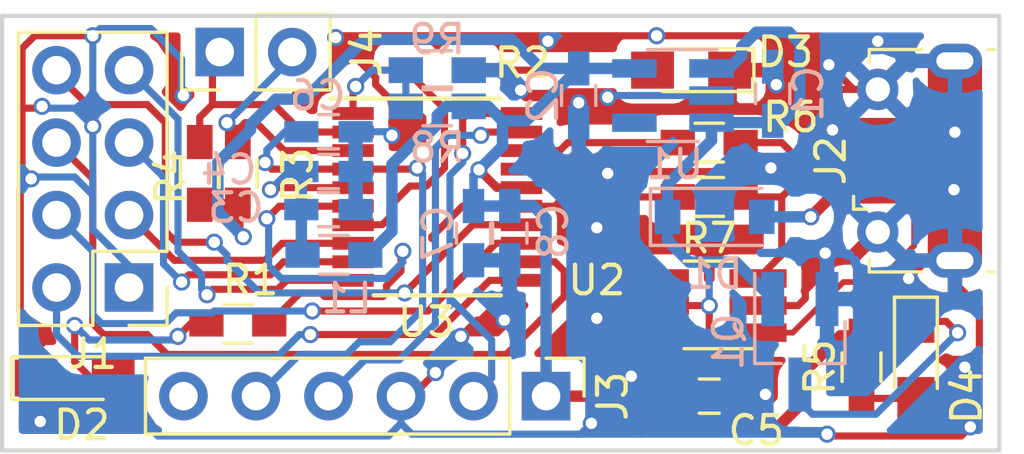
<source format=kicad_pcb>
(kicad_pcb (version 4) (host pcbnew 4.0.7)

  (general
    (links 74)
    (no_connects 0)
    (area 87.767618 49.12738 130.99 70.887619)
    (thickness 1.6)
    (drawings 7)
    (tracks 472)
    (zones 0)
    (modules 30)
    (nets 34)
  )

  (page A4)
  (layers
    (0 F.Cu signal)
    (31 B.Cu signal hide)
    (32 B.Adhes user)
    (33 F.Adhes user)
    (34 B.Paste user)
    (35 F.Paste user)
    (36 B.SilkS user)
    (37 F.SilkS user)
    (38 B.Mask user)
    (39 F.Mask user)
    (40 Dwgs.User user)
    (41 Cmts.User user)
    (42 Eco1.User user hide)
    (43 Eco2.User user hide)
    (44 Edge.Cuts user)
    (45 Margin user)
    (46 B.CrtYd user hide)
    (47 F.CrtYd user)
    (48 B.Fab user hide)
    (49 F.Fab user hide)
  )

  (setup
    (last_trace_width 0.25)
    (user_trace_width 0.16)
    (user_trace_width 0.2)
    (user_trace_width 0.3)
    (user_trace_width 0.4)
    (trace_clearance 0.2)
    (zone_clearance 0.508)
    (zone_45_only no)
    (trace_min 0.1524)
    (segment_width 0.2)
    (edge_width 0.15)
    (via_size 0.6)
    (via_drill 0.4)
    (via_min_size 0.4)
    (via_min_drill 0.3)
    (uvia_size 0.3)
    (uvia_drill 0.1)
    (uvias_allowed no)
    (uvia_min_size 0.2)
    (uvia_min_drill 0.1)
    (pcb_text_width 0.3)
    (pcb_text_size 1.5 1.5)
    (mod_edge_width 0.15)
    (mod_text_size 1 1)
    (mod_text_width 0.15)
    (pad_size 1.524 1.524)
    (pad_drill 0.762)
    (pad_to_mask_clearance 0.2)
    (aux_axis_origin 0 0)
    (visible_elements 7FFFFBBF)
    (pcbplotparams
      (layerselection 0x010f0_80000001)
      (usegerberextensions true)
      (excludeedgelayer true)
      (linewidth 0.100000)
      (plotframeref false)
      (viasonmask false)
      (mode 1)
      (useauxorigin false)
      (hpglpennumber 1)
      (hpglpenspeed 20)
      (hpglpendiameter 15)
      (hpglpenoverlay 2)
      (psnegative false)
      (psa4output false)
      (plotreference true)
      (plotvalue false)
      (plotinvisibletext false)
      (padsonsilk false)
      (subtractmaskfromsilk false)
      (outputformat 1)
      (mirror false)
      (drillshape 0)
      (scaleselection 1)
      (outputdirectory ""))
  )

  (net 0 "")
  (net 1 /5V)
  (net 2 /GND)
  (net 3 /3V3)
  (net 4 /VDDA)
  (net 5 /NRST)
  (net 6 "Net-(D2-Pad2)")
  (net 7 "Net-(D3-Pad2)")
  (net 8 "Net-(D4-Pad1)")
  (net 9 "Net-(D4-Pad2)")
  (net 10 /SPI_SCK)
  (net 11 /SYNC1)
  (net 12 /SPI_MOSI)
  (net 13 /SYNC0)
  (net 14 /SPI_MISO)
  (net 15 /IRQ)
  (net 16 /SPI_CS)
  (net 17 /USB_DN)
  (net 18 /VBUS)
  (net 19 "Net-(J2-Pad4)")
  (net 20 /USB_DP)
  (net 21 /SWCLK)
  (net 22 /SWDIO)
  (net 23 "Net-(J3-Pad6)")
  (net 24 /I2C_SDA)
  (net 25 /I2C_SCL)
  (net 26 /LED1)
  (net 27 /LED2)
  (net 28 "Net-(R6-Pad2)")
  (net 29 "Net-(R7-Pad2)")
  (net 30 /BOOT)
  (net 31 "Net-(U2-Pad4)")
  (net 32 "Net-(U1-Pad4)")
  (net 33 "Net-(U2-Pad6)")

  (net_class Default "Esta es la clase de red por defecto."
    (clearance 0.2)
    (trace_width 0.25)
    (via_dia 0.6)
    (via_drill 0.4)
    (uvia_dia 0.3)
    (uvia_drill 0.1)
    (add_net /3V3)
    (add_net /5V)
    (add_net /BOOT)
    (add_net /GND)
    (add_net /I2C_SCL)
    (add_net /I2C_SDA)
    (add_net /IRQ)
    (add_net /LED1)
    (add_net /LED2)
    (add_net /NRST)
    (add_net /SPI_CS)
    (add_net /SPI_MISO)
    (add_net /SPI_MOSI)
    (add_net /SPI_SCK)
    (add_net /SWCLK)
    (add_net /SWDIO)
    (add_net /SYNC0)
    (add_net /SYNC1)
    (add_net /USB_DN)
    (add_net /USB_DP)
    (add_net /VBUS)
    (add_net /VDDA)
    (add_net "Net-(D2-Pad2)")
    (add_net "Net-(D3-Pad2)")
    (add_net "Net-(D4-Pad1)")
    (add_net "Net-(D4-Pad2)")
    (add_net "Net-(J2-Pad4)")
    (add_net "Net-(J3-Pad6)")
    (add_net "Net-(R6-Pad2)")
    (add_net "Net-(R7-Pad2)")
    (add_net "Net-(U1-Pad4)")
    (add_net "Net-(U2-Pad4)")
    (add_net "Net-(U2-Pad6)")
  )

  (net_class Power ""
    (clearance 0.3)
    (trace_width 0.3)
    (via_dia 0.6)
    (via_drill 0.4)
    (uvia_dia 0.3)
    (uvia_drill 0.1)
  )

  (net_class minim ""
    (clearance 0.1524)
    (trace_width 0.1524)
    (via_dia 0.5)
    (via_drill 0.3)
    (uvia_dia 0.3)
    (uvia_drill 0.1)
  )

  (module Capacitors_SMD:C_0603_HandSoldering (layer B.Cu) (tedit 58AA848B) (tstamp 5ACE4A5C)
    (at 120.3325 55.4355 90)
    (descr "Capacitor SMD 0603, hand soldering")
    (tags "capacitor 0603")
    (path /5ACA05FD)
    (attr smd)
    (fp_text reference C1 (at 0 1.25 90) (layer B.SilkS)
      (effects (font (size 1 1) (thickness 0.15)) (justify mirror))
    )
    (fp_text value C (at 0 -1.5 90) (layer B.Fab)
      (effects (font (size 1 1) (thickness 0.15)) (justify mirror))
    )
    (fp_text user %R (at 0 1.25 90) (layer B.Fab)
      (effects (font (size 1 1) (thickness 0.15)) (justify mirror))
    )
    (fp_line (start -0.8 -0.4) (end -0.8 0.4) (layer B.Fab) (width 0.1))
    (fp_line (start 0.8 -0.4) (end -0.8 -0.4) (layer B.Fab) (width 0.1))
    (fp_line (start 0.8 0.4) (end 0.8 -0.4) (layer B.Fab) (width 0.1))
    (fp_line (start -0.8 0.4) (end 0.8 0.4) (layer B.Fab) (width 0.1))
    (fp_line (start -0.35 0.6) (end 0.35 0.6) (layer B.SilkS) (width 0.12))
    (fp_line (start 0.35 -0.6) (end -0.35 -0.6) (layer B.SilkS) (width 0.12))
    (fp_line (start -1.8 0.65) (end 1.8 0.65) (layer B.CrtYd) (width 0.05))
    (fp_line (start -1.8 0.65) (end -1.8 -0.65) (layer B.CrtYd) (width 0.05))
    (fp_line (start 1.8 -0.65) (end 1.8 0.65) (layer B.CrtYd) (width 0.05))
    (fp_line (start 1.8 -0.65) (end -1.8 -0.65) (layer B.CrtYd) (width 0.05))
    (pad 1 smd rect (at -0.95 0 90) (size 1.2 0.75) (layers B.Cu B.Paste B.Mask)
      (net 1 /5V))
    (pad 2 smd rect (at 0.95 0 90) (size 1.2 0.75) (layers B.Cu B.Paste B.Mask)
      (net 2 /GND))
    (model Capacitors_SMD.3dshapes/C_0603.wrl
      (at (xyz 0 0 0))
      (scale (xyz 1 1 1))
      (rotate (xyz 0 0 0))
    )
  )

  (module Capacitors_SMD:C_0603_HandSoldering (layer B.Cu) (tedit 58AA848B) (tstamp 5ACE4A62)
    (at 113.538 55.499 270)
    (descr "Capacitor SMD 0603, hand soldering")
    (tags "capacitor 0603")
    (path /5ACA0661)
    (attr smd)
    (fp_text reference C2 (at 0 1.25 270) (layer B.SilkS)
      (effects (font (size 1 1) (thickness 0.15)) (justify mirror))
    )
    (fp_text value C (at 0 -1.5 270) (layer B.Fab)
      (effects (font (size 1 1) (thickness 0.15)) (justify mirror))
    )
    (fp_text user %R (at 0 1.25 270) (layer B.Fab)
      (effects (font (size 1 1) (thickness 0.15)) (justify mirror))
    )
    (fp_line (start -0.8 -0.4) (end -0.8 0.4) (layer B.Fab) (width 0.1))
    (fp_line (start 0.8 -0.4) (end -0.8 -0.4) (layer B.Fab) (width 0.1))
    (fp_line (start 0.8 0.4) (end 0.8 -0.4) (layer B.Fab) (width 0.1))
    (fp_line (start -0.8 0.4) (end 0.8 0.4) (layer B.Fab) (width 0.1))
    (fp_line (start -0.35 0.6) (end 0.35 0.6) (layer B.SilkS) (width 0.12))
    (fp_line (start 0.35 -0.6) (end -0.35 -0.6) (layer B.SilkS) (width 0.12))
    (fp_line (start -1.8 0.65) (end 1.8 0.65) (layer B.CrtYd) (width 0.05))
    (fp_line (start -1.8 0.65) (end -1.8 -0.65) (layer B.CrtYd) (width 0.05))
    (fp_line (start 1.8 -0.65) (end 1.8 0.65) (layer B.CrtYd) (width 0.05))
    (fp_line (start 1.8 -0.65) (end -1.8 -0.65) (layer B.CrtYd) (width 0.05))
    (pad 1 smd rect (at -0.95 0 270) (size 1.2 0.75) (layers B.Cu B.Paste B.Mask)
      (net 3 /3V3))
    (pad 2 smd rect (at 0.95 0 270) (size 1.2 0.75) (layers B.Cu B.Paste B.Mask)
      (net 2 /GND))
    (model Capacitors_SMD.3dshapes/C_0603.wrl
      (at (xyz 0 0 0))
      (scale (xyz 1 1 1))
      (rotate (xyz 0 0 0))
    )
  )

  (module Capacitors_SMD:C_0603_HandSoldering (layer B.Cu) (tedit 5AD1DA25) (tstamp 5ACE4A68)
    (at 104.775 59.4995)
    (descr "Capacitor SMD 0603, hand soldering")
    (tags "capacitor 0603")
    (path /5AC9D589)
    (attr smd)
    (fp_text reference C3 (at -3.2385 -0.0635) (layer B.SilkS)
      (effects (font (size 1 1) (thickness 0.15)) (justify mirror))
    )
    (fp_text value 10nF (at 0 -1.5) (layer B.Fab)
      (effects (font (size 1 1) (thickness 0.15)) (justify mirror))
    )
    (fp_text user %R (at 2.7305 0.0635) (layer B.Fab)
      (effects (font (size 1 1) (thickness 0.15)) (justify mirror))
    )
    (fp_line (start -0.8 -0.4) (end -0.8 0.4) (layer B.Fab) (width 0.1))
    (fp_line (start 0.8 -0.4) (end -0.8 -0.4) (layer B.Fab) (width 0.1))
    (fp_line (start 0.8 0.4) (end 0.8 -0.4) (layer B.Fab) (width 0.1))
    (fp_line (start -0.8 0.4) (end 0.8 0.4) (layer B.Fab) (width 0.1))
    (fp_line (start -0.35 0.6) (end 0.35 0.6) (layer B.SilkS) (width 0.12))
    (fp_line (start 0.35 -0.6) (end -0.35 -0.6) (layer B.SilkS) (width 0.12))
    (fp_line (start -1.8 0.65) (end 1.8 0.65) (layer B.CrtYd) (width 0.05))
    (fp_line (start -1.8 0.65) (end -1.8 -0.65) (layer B.CrtYd) (width 0.05))
    (fp_line (start 1.8 -0.65) (end 1.8 0.65) (layer B.CrtYd) (width 0.05))
    (fp_line (start 1.8 -0.65) (end -1.8 -0.65) (layer B.CrtYd) (width 0.05))
    (pad 1 smd rect (at -0.95 0) (size 1.2 0.75) (layers B.Cu B.Paste B.Mask)
      (net 4 /VDDA))
    (pad 2 smd rect (at 0.95 0) (size 1.2 0.75) (layers B.Cu B.Paste B.Mask)
      (net 2 /GND))
    (model Capacitors_SMD.3dshapes/C_0603.wrl
      (at (xyz 0 0 0))
      (scale (xyz 1 1 1))
      (rotate (xyz 0 0 0))
    )
  )

  (module Capacitors_SMD:C_0603_HandSoldering (layer B.Cu) (tedit 5AD1DA34) (tstamp 5ACE4A6E)
    (at 104.775 58.166)
    (descr "Capacitor SMD 0603, hand soldering")
    (tags "capacitor 0603")
    (path /5AC9D5C1)
    (attr smd)
    (fp_text reference C4 (at -3.4925 -0.0635) (layer B.SilkS)
      (effects (font (size 1 1) (thickness 0.15)) (justify mirror))
    )
    (fp_text value 1uF (at 0 -1.5) (layer B.Fab)
      (effects (font (size 1 1) (thickness 0.15)) (justify mirror))
    )
    (fp_text user %R (at -3.429 0.127) (layer B.Fab)
      (effects (font (size 1 1) (thickness 0.15)) (justify mirror))
    )
    (fp_line (start -0.8 -0.4) (end -0.8 0.4) (layer B.Fab) (width 0.1))
    (fp_line (start 0.8 -0.4) (end -0.8 -0.4) (layer B.Fab) (width 0.1))
    (fp_line (start 0.8 0.4) (end 0.8 -0.4) (layer B.Fab) (width 0.1))
    (fp_line (start -0.8 0.4) (end 0.8 0.4) (layer B.Fab) (width 0.1))
    (fp_line (start -0.35 0.6) (end 0.35 0.6) (layer B.SilkS) (width 0.12))
    (fp_line (start 0.35 -0.6) (end -0.35 -0.6) (layer B.SilkS) (width 0.12))
    (fp_line (start -1.8 0.65) (end 1.8 0.65) (layer B.CrtYd) (width 0.05))
    (fp_line (start -1.8 0.65) (end -1.8 -0.65) (layer B.CrtYd) (width 0.05))
    (fp_line (start 1.8 -0.65) (end 1.8 0.65) (layer B.CrtYd) (width 0.05))
    (fp_line (start 1.8 -0.65) (end -1.8 -0.65) (layer B.CrtYd) (width 0.05))
    (pad 1 smd rect (at -0.95 0) (size 1.2 0.75) (layers B.Cu B.Paste B.Mask)
      (net 4 /VDDA))
    (pad 2 smd rect (at 0.95 0) (size 1.2 0.75) (layers B.Cu B.Paste B.Mask)
      (net 2 /GND))
    (model Capacitors_SMD.3dshapes/C_0603.wrl
      (at (xyz 0 0 0))
      (scale (xyz 1 1 1))
      (rotate (xyz 0 0 0))
    )
  )

  (module Capacitors_SMD:C_0603_HandSoldering (layer F.Cu) (tedit 5AD1DAC1) (tstamp 5ACE4A74)
    (at 118.11 66.04)
    (descr "Capacitor SMD 0603, hand soldering")
    (tags "capacitor 0603")
    (path /5AC9F4F8)
    (attr smd)
    (fp_text reference C5 (at 1.651 1.2065) (layer F.SilkS)
      (effects (font (size 1 1) (thickness 0.15)))
    )
    (fp_text value 100nF (at 0 1.5) (layer F.Fab)
      (effects (font (size 1 1) (thickness 0.15)))
    )
    (fp_text user %R (at 0 1.143) (layer F.Fab)
      (effects (font (size 1 1) (thickness 0.15)))
    )
    (fp_line (start -0.8 0.4) (end -0.8 -0.4) (layer F.Fab) (width 0.1))
    (fp_line (start 0.8 0.4) (end -0.8 0.4) (layer F.Fab) (width 0.1))
    (fp_line (start 0.8 -0.4) (end 0.8 0.4) (layer F.Fab) (width 0.1))
    (fp_line (start -0.8 -0.4) (end 0.8 -0.4) (layer F.Fab) (width 0.1))
    (fp_line (start -0.35 -0.6) (end 0.35 -0.6) (layer F.SilkS) (width 0.12))
    (fp_line (start 0.35 0.6) (end -0.35 0.6) (layer F.SilkS) (width 0.12))
    (fp_line (start -1.8 -0.65) (end 1.8 -0.65) (layer F.CrtYd) (width 0.05))
    (fp_line (start -1.8 -0.65) (end -1.8 0.65) (layer F.CrtYd) (width 0.05))
    (fp_line (start 1.8 0.65) (end 1.8 -0.65) (layer F.CrtYd) (width 0.05))
    (fp_line (start 1.8 0.65) (end -1.8 0.65) (layer F.CrtYd) (width 0.05))
    (pad 1 smd rect (at -0.95 0) (size 1.2 0.75) (layers F.Cu F.Paste F.Mask)
      (net 1 /5V))
    (pad 2 smd rect (at 0.95 0) (size 1.2 0.75) (layers F.Cu F.Paste F.Mask)
      (net 2 /GND))
    (model Capacitors_SMD.3dshapes/C_0603.wrl
      (at (xyz 0 0 0))
      (scale (xyz 1 1 1))
      (rotate (xyz 0 0 0))
    )
  )

  (module Capacitors_SMD:C_0603_HandSoldering (layer B.Cu) (tedit 5AD1DA3B) (tstamp 5ACE4A7A)
    (at 104.775 56.769)
    (descr "Capacitor SMD 0603, hand soldering")
    (tags "capacitor 0603")
    (path /5AC9D69A)
    (attr smd)
    (fp_text reference C6 (at -0.381 -1.27) (layer B.SilkS)
      (effects (font (size 1 1) (thickness 0.15)) (justify mirror))
    )
    (fp_text value 100nF (at 0 -1.5) (layer B.Fab)
      (effects (font (size 1 1) (thickness 0.15)) (justify mirror))
    )
    (fp_text user %R (at -1.905 0) (layer B.Fab)
      (effects (font (size 1 1) (thickness 0.15)) (justify mirror))
    )
    (fp_line (start -0.8 -0.4) (end -0.8 0.4) (layer B.Fab) (width 0.1))
    (fp_line (start 0.8 -0.4) (end -0.8 -0.4) (layer B.Fab) (width 0.1))
    (fp_line (start 0.8 0.4) (end 0.8 -0.4) (layer B.Fab) (width 0.1))
    (fp_line (start -0.8 0.4) (end 0.8 0.4) (layer B.Fab) (width 0.1))
    (fp_line (start -0.35 0.6) (end 0.35 0.6) (layer B.SilkS) (width 0.12))
    (fp_line (start 0.35 -0.6) (end -0.35 -0.6) (layer B.SilkS) (width 0.12))
    (fp_line (start -1.8 0.65) (end 1.8 0.65) (layer B.CrtYd) (width 0.05))
    (fp_line (start -1.8 0.65) (end -1.8 -0.65) (layer B.CrtYd) (width 0.05))
    (fp_line (start 1.8 -0.65) (end 1.8 0.65) (layer B.CrtYd) (width 0.05))
    (fp_line (start 1.8 -0.65) (end -1.8 -0.65) (layer B.CrtYd) (width 0.05))
    (pad 1 smd rect (at -0.95 0) (size 1.2 0.75) (layers B.Cu B.Paste B.Mask)
      (net 5 /NRST))
    (pad 2 smd rect (at 0.95 0) (size 1.2 0.75) (layers B.Cu B.Paste B.Mask)
      (net 2 /GND))
    (model Capacitors_SMD.3dshapes/C_0603.wrl
      (at (xyz 0 0 0))
      (scale (xyz 1 1 1))
      (rotate (xyz 0 0 0))
    )
  )

  (module Capacitors_SMD:C_0603_HandSoldering (layer B.Cu) (tedit 5AD1D95A) (tstamp 5ACE4A80)
    (at 109.855 60.325 270)
    (descr "Capacitor SMD 0603, hand soldering")
    (tags "capacitor 0603")
    (path /5AC9D656)
    (attr smd)
    (fp_text reference C7 (at 0 1.25 270) (layer B.SilkS)
      (effects (font (size 1 1) (thickness 0.15)) (justify mirror))
    )
    (fp_text value 100nF (at 0 -1.5 270) (layer B.Fab)
      (effects (font (size 1 1) (thickness 0.15)) (justify mirror))
    )
    (fp_text user %R (at 0.889 1.2065 270) (layer B.Fab)
      (effects (font (size 1 1) (thickness 0.15)) (justify mirror))
    )
    (fp_line (start -0.8 -0.4) (end -0.8 0.4) (layer B.Fab) (width 0.1))
    (fp_line (start 0.8 -0.4) (end -0.8 -0.4) (layer B.Fab) (width 0.1))
    (fp_line (start 0.8 0.4) (end 0.8 -0.4) (layer B.Fab) (width 0.1))
    (fp_line (start -0.8 0.4) (end 0.8 0.4) (layer B.Fab) (width 0.1))
    (fp_line (start -0.35 0.6) (end 0.35 0.6) (layer B.SilkS) (width 0.12))
    (fp_line (start 0.35 -0.6) (end -0.35 -0.6) (layer B.SilkS) (width 0.12))
    (fp_line (start -1.8 0.65) (end 1.8 0.65) (layer B.CrtYd) (width 0.05))
    (fp_line (start -1.8 0.65) (end -1.8 -0.65) (layer B.CrtYd) (width 0.05))
    (fp_line (start 1.8 -0.65) (end 1.8 0.65) (layer B.CrtYd) (width 0.05))
    (fp_line (start 1.8 -0.65) (end -1.8 -0.65) (layer B.CrtYd) (width 0.05))
    (pad 1 smd rect (at -0.95 0 270) (size 1.2 0.75) (layers B.Cu B.Paste B.Mask)
      (net 3 /3V3))
    (pad 2 smd rect (at 0.95 0 270) (size 1.2 0.75) (layers B.Cu B.Paste B.Mask)
      (net 2 /GND))
    (model Capacitors_SMD.3dshapes/C_0603.wrl
      (at (xyz 0 0 0))
      (scale (xyz 1 1 1))
      (rotate (xyz 0 0 0))
    )
  )

  (module Capacitors_SMD:C_0603_HandSoldering (layer B.Cu) (tedit 5AD1DA1B) (tstamp 5ACE4A86)
    (at 111.125 60.325 270)
    (descr "Capacitor SMD 0603, hand soldering")
    (tags "capacitor 0603")
    (path /5AC9D61C)
    (attr smd)
    (fp_text reference C8 (at -0.0635 -1.524 270) (layer B.SilkS)
      (effects (font (size 1 1) (thickness 0.15)) (justify mirror))
    )
    (fp_text value 4,7uF (at 0 -1.5 270) (layer B.Fab)
      (effects (font (size 1 1) (thickness 0.15)) (justify mirror))
    )
    (fp_text user %R (at -0.0635 -1.397 270) (layer B.Fab)
      (effects (font (size 1 1) (thickness 0.15)) (justify mirror))
    )
    (fp_line (start -0.8 -0.4) (end -0.8 0.4) (layer B.Fab) (width 0.1))
    (fp_line (start 0.8 -0.4) (end -0.8 -0.4) (layer B.Fab) (width 0.1))
    (fp_line (start 0.8 0.4) (end 0.8 -0.4) (layer B.Fab) (width 0.1))
    (fp_line (start -0.8 0.4) (end 0.8 0.4) (layer B.Fab) (width 0.1))
    (fp_line (start -0.35 0.6) (end 0.35 0.6) (layer B.SilkS) (width 0.12))
    (fp_line (start 0.35 -0.6) (end -0.35 -0.6) (layer B.SilkS) (width 0.12))
    (fp_line (start -1.8 0.65) (end 1.8 0.65) (layer B.CrtYd) (width 0.05))
    (fp_line (start -1.8 0.65) (end -1.8 -0.65) (layer B.CrtYd) (width 0.05))
    (fp_line (start 1.8 -0.65) (end 1.8 0.65) (layer B.CrtYd) (width 0.05))
    (fp_line (start 1.8 -0.65) (end -1.8 -0.65) (layer B.CrtYd) (width 0.05))
    (pad 1 smd rect (at -0.95 0 270) (size 1.2 0.75) (layers B.Cu B.Paste B.Mask)
      (net 3 /3V3))
    (pad 2 smd rect (at 0.95 0 270) (size 1.2 0.75) (layers B.Cu B.Paste B.Mask)
      (net 2 /GND))
    (model Capacitors_SMD.3dshapes/C_0603.wrl
      (at (xyz 0 0 0))
      (scale (xyz 1 1 1))
      (rotate (xyz 0 0 0))
    )
  )

  (module LEDs:LED_0805_HandSoldering (layer F.Cu) (tedit 5AD1DAA6) (tstamp 5ACE4A8C)
    (at 95.885 65.405)
    (descr "Resistor SMD 0805, hand soldering")
    (tags "resistor 0805")
    (path /5ACA45EB)
    (attr smd)
    (fp_text reference D2 (at 0.254 1.651) (layer F.SilkS)
      (effects (font (size 1 1) (thickness 0.15)))
    )
    (fp_text value LED (at 0 1.75) (layer F.Fab)
      (effects (font (size 1 1) (thickness 0.15)))
    )
    (fp_line (start -0.4 -0.4) (end -0.4 0.4) (layer F.Fab) (width 0.1))
    (fp_line (start -0.4 0) (end 0.2 -0.4) (layer F.Fab) (width 0.1))
    (fp_line (start 0.2 0.4) (end -0.4 0) (layer F.Fab) (width 0.1))
    (fp_line (start 0.2 -0.4) (end 0.2 0.4) (layer F.Fab) (width 0.1))
    (fp_line (start -1 0.62) (end -1 -0.62) (layer F.Fab) (width 0.1))
    (fp_line (start 1 0.62) (end -1 0.62) (layer F.Fab) (width 0.1))
    (fp_line (start 1 -0.62) (end 1 0.62) (layer F.Fab) (width 0.1))
    (fp_line (start -1 -0.62) (end 1 -0.62) (layer F.Fab) (width 0.1))
    (fp_line (start 1 0.75) (end -2.2 0.75) (layer F.SilkS) (width 0.12))
    (fp_line (start -2.2 -0.75) (end 1 -0.75) (layer F.SilkS) (width 0.12))
    (fp_line (start -2.35 -0.9) (end 2.35 -0.9) (layer F.CrtYd) (width 0.05))
    (fp_line (start -2.35 -0.9) (end -2.35 0.9) (layer F.CrtYd) (width 0.05))
    (fp_line (start 2.35 0.9) (end 2.35 -0.9) (layer F.CrtYd) (width 0.05))
    (fp_line (start 2.35 0.9) (end -2.35 0.9) (layer F.CrtYd) (width 0.05))
    (fp_line (start -2.2 -0.75) (end -2.2 0.75) (layer F.SilkS) (width 0.12))
    (pad 1 smd rect (at -1.35 0) (size 1.5 1.3) (layers F.Cu F.Paste F.Mask)
      (net 2 /GND))
    (pad 2 smd rect (at 1.35 0) (size 1.5 1.3) (layers F.Cu F.Paste F.Mask)
      (net 6 "Net-(D2-Pad2)"))
    (model ${KISYS3DMOD}/LEDs.3dshapes/LED_0805.wrl
      (at (xyz 0 0 0))
      (scale (xyz 1 1 1))
      (rotate (xyz 0 0 0))
    )
  )

  (module LEDs:LED_0805_HandSoldering (layer F.Cu) (tedit 5AD1DAB6) (tstamp 5ACE4A92)
    (at 117.475 54.61 180)
    (descr "Resistor SMD 0805, hand soldering")
    (tags "resistor 0805")
    (path /5ACA471E)
    (attr smd)
    (fp_text reference D3 (at -3.302 0.635 180) (layer F.SilkS)
      (effects (font (size 1 1) (thickness 0.15)))
    )
    (fp_text value LED (at 0 1.75 180) (layer F.Fab)
      (effects (font (size 1 1) (thickness 0.15)))
    )
    (fp_line (start -0.4 -0.4) (end -0.4 0.4) (layer F.Fab) (width 0.1))
    (fp_line (start -0.4 0) (end 0.2 -0.4) (layer F.Fab) (width 0.1))
    (fp_line (start 0.2 0.4) (end -0.4 0) (layer F.Fab) (width 0.1))
    (fp_line (start 0.2 -0.4) (end 0.2 0.4) (layer F.Fab) (width 0.1))
    (fp_line (start -1 0.62) (end -1 -0.62) (layer F.Fab) (width 0.1))
    (fp_line (start 1 0.62) (end -1 0.62) (layer F.Fab) (width 0.1))
    (fp_line (start 1 -0.62) (end 1 0.62) (layer F.Fab) (width 0.1))
    (fp_line (start -1 -0.62) (end 1 -0.62) (layer F.Fab) (width 0.1))
    (fp_line (start 1 0.75) (end -2.2 0.75) (layer F.SilkS) (width 0.12))
    (fp_line (start -2.2 -0.75) (end 1 -0.75) (layer F.SilkS) (width 0.12))
    (fp_line (start -2.35 -0.9) (end 2.35 -0.9) (layer F.CrtYd) (width 0.05))
    (fp_line (start -2.35 -0.9) (end -2.35 0.9) (layer F.CrtYd) (width 0.05))
    (fp_line (start 2.35 0.9) (end 2.35 -0.9) (layer F.CrtYd) (width 0.05))
    (fp_line (start 2.35 0.9) (end -2.35 0.9) (layer F.CrtYd) (width 0.05))
    (fp_line (start -2.2 -0.75) (end -2.2 0.75) (layer F.SilkS) (width 0.12))
    (pad 1 smd rect (at -1.35 0 180) (size 1.5 1.3) (layers F.Cu F.Paste F.Mask)
      (net 2 /GND))
    (pad 2 smd rect (at 1.35 0 180) (size 1.5 1.3) (layers F.Cu F.Paste F.Mask)
      (net 7 "Net-(D3-Pad2)"))
    (model ${KISYS3DMOD}/LEDs.3dshapes/LED_0805.wrl
      (at (xyz 0 0 0))
      (scale (xyz 1 1 1))
      (rotate (xyz 0 0 0))
    )
  )

  (module LEDs:LED_0805_HandSoldering (layer F.Cu) (tedit 5AD1DACA) (tstamp 5ACE4A98)
    (at 125.349 64.77 270)
    (descr "Resistor SMD 0805, hand soldering")
    (tags "resistor 0805")
    (path /5ACA1138)
    (attr smd)
    (fp_text reference D4 (at 1.27 -1.778 270) (layer F.SilkS)
      (effects (font (size 1 1) (thickness 0.15)))
    )
    (fp_text value LED (at 0 1.75 270) (layer F.Fab)
      (effects (font (size 1 1) (thickness 0.15)))
    )
    (fp_line (start -0.4 -0.4) (end -0.4 0.4) (layer F.Fab) (width 0.1))
    (fp_line (start -0.4 0) (end 0.2 -0.4) (layer F.Fab) (width 0.1))
    (fp_line (start 0.2 0.4) (end -0.4 0) (layer F.Fab) (width 0.1))
    (fp_line (start 0.2 -0.4) (end 0.2 0.4) (layer F.Fab) (width 0.1))
    (fp_line (start -1 0.62) (end -1 -0.62) (layer F.Fab) (width 0.1))
    (fp_line (start 1 0.62) (end -1 0.62) (layer F.Fab) (width 0.1))
    (fp_line (start 1 -0.62) (end 1 0.62) (layer F.Fab) (width 0.1))
    (fp_line (start -1 -0.62) (end 1 -0.62) (layer F.Fab) (width 0.1))
    (fp_line (start 1 0.75) (end -2.2 0.75) (layer F.SilkS) (width 0.12))
    (fp_line (start -2.2 -0.75) (end 1 -0.75) (layer F.SilkS) (width 0.12))
    (fp_line (start -2.35 -0.9) (end 2.35 -0.9) (layer F.CrtYd) (width 0.05))
    (fp_line (start -2.35 -0.9) (end -2.35 0.9) (layer F.CrtYd) (width 0.05))
    (fp_line (start 2.35 0.9) (end 2.35 -0.9) (layer F.CrtYd) (width 0.05))
    (fp_line (start 2.35 0.9) (end -2.35 0.9) (layer F.CrtYd) (width 0.05))
    (fp_line (start -2.2 -0.75) (end -2.2 0.75) (layer F.SilkS) (width 0.12))
    (pad 1 smd rect (at -1.35 0 270) (size 1.5 1.3) (layers F.Cu F.Paste F.Mask)
      (net 8 "Net-(D4-Pad1)"))
    (pad 2 smd rect (at 1.35 0 270) (size 1.5 1.3) (layers F.Cu F.Paste F.Mask)
      (net 9 "Net-(D4-Pad2)"))
    (model ${KISYS3DMOD}/LEDs.3dshapes/LED_0805.wrl
      (at (xyz 0 0 0))
      (scale (xyz 1 1 1))
      (rotate (xyz 0 0 0))
    )
  )

  (module Connectors_USB:USB_Micro-B_Molex-105017-0001 (layer F.Cu) (tedit 5AD1D879) (tstamp 5ACE4AB5)
    (at 126.365 57.785 90)
    (descr http://www.molex.com/pdm_docs/sd/1050170001_sd.pdf)
    (tags "Micro-USB SMD Typ-B")
    (path /5AC9028D)
    (attr smd)
    (fp_text reference J2 (at 0 -4 90) (layer F.SilkS)
      (effects (font (size 1 1) (thickness 0.15)))
    )
    (fp_text value USB_OTG (at 0.3 3.45 90) (layer F.Fab)
      (effects (font (size 1 1) (thickness 0.15)))
    )
    (fp_line (start -4.4 2.75) (end 4.4 2.75) (layer F.CrtYd) (width 0.05))
    (fp_line (start 4.4 -3.35) (end 4.4 2.75) (layer F.CrtYd) (width 0.05))
    (fp_line (start -4.4 -3.35) (end 4.4 -3.35) (layer F.CrtYd) (width 0.05))
    (fp_line (start -4.4 2.75) (end -4.4 -3.35) (layer F.CrtYd) (width 0.05))
    (fp_text user "PCB Edge" (at 0 1.8 90) (layer Dwgs.User)
      (effects (font (size 0.5 0.5) (thickness 0.08)))
    )
    (fp_line (start -3.9 -2.65) (end -3.45 -2.65) (layer F.SilkS) (width 0.12))
    (fp_line (start -3.9 -0.8) (end -3.9 -2.65) (layer F.SilkS) (width 0.12))
    (fp_line (start 3.9 1.75) (end 3.9 1.5) (layer F.SilkS) (width 0.12))
    (fp_line (start 3.75 2.5) (end 3.75 -2.5) (layer F.Fab) (width 0.1))
    (fp_line (start -3 1.801704) (end 3 1.801704) (layer F.Fab) (width 0.1))
    (fp_line (start -3.75 2.501704) (end 3.75 2.501704) (layer F.Fab) (width 0.1))
    (fp_line (start -3.75 -2.5) (end 3.75 -2.5) (layer F.Fab) (width 0.1))
    (fp_line (start -3.75 2.5) (end -3.75 -2.5) (layer F.Fab) (width 0.1))
    (fp_line (start -3.9 1.75) (end -3.9 1.5) (layer F.SilkS) (width 0.12))
    (fp_line (start 3.9 -0.8) (end 3.9 -2.65) (layer F.SilkS) (width 0.12))
    (fp_line (start 3.9 -2.65) (end 3.45 -2.65) (layer F.SilkS) (width 0.12))
    (fp_text user %R (at -0.254 -4.1275 90) (layer F.Fab)
      (effects (font (size 1 1) (thickness 0.15)))
    )
    (fp_line (start -1.7 -3.2) (end -1.25 -3.2) (layer F.SilkS) (width 0.12))
    (fp_line (start -1.7 -3.2) (end -1.7 -2.75) (layer F.SilkS) (width 0.12))
    (fp_line (start -1.3 -2.6) (end -1.5 -2.8) (layer F.Fab) (width 0.1))
    (fp_line (start -1.1 -2.8) (end -1.3 -2.6) (layer F.Fab) (width 0.1))
    (fp_line (start -1.5 -3.01) (end -1.1 -3.01) (layer F.Fab) (width 0.1))
    (fp_line (start -1.5 -3.01) (end -1.5 -2.8) (layer F.Fab) (width 0.1))
    (fp_line (start -1.1 -3.01) (end -1.1 -2.8) (layer F.Fab) (width 0.1))
    (pad 6 smd rect (at 1 0.35 90) (size 1.5 1.9) (layers F.Cu F.Paste F.Mask)
      (net 2 /GND))
    (pad 6 thru_hole circle (at -2.5 -2.35 90) (size 1.45 1.45) (drill 0.85) (layers *.Cu *.Mask)
      (net 2 /GND))
    (pad 2 smd rect (at -0.65 -2.35 90) (size 0.4 1.35) (layers F.Cu F.Paste F.Mask)
      (net 17 /USB_DN))
    (pad 1 smd rect (at -1.3 -2.35 90) (size 0.4 1.35) (layers F.Cu F.Paste F.Mask)
      (net 18 /VBUS))
    (pad 5 smd rect (at 1.3 -2.35 90) (size 0.4 1.35) (layers F.Cu F.Paste F.Mask)
      (net 2 /GND))
    (pad 4 smd rect (at 0.65 -2.35 90) (size 0.4 1.35) (layers F.Cu F.Paste F.Mask)
      (net 19 "Net-(J2-Pad4)"))
    (pad 3 smd rect (at 0 -2.35 90) (size 0.4 1.35) (layers F.Cu F.Paste F.Mask)
      (net 20 /USB_DP))
    (pad 6 thru_hole circle (at 2.5 -2.35 90) (size 1.45 1.45) (drill 0.85) (layers *.Cu *.Mask)
      (net 2 /GND))
    (pad 6 smd rect (at -1 0.35 90) (size 1.5 1.9) (layers F.Cu F.Paste F.Mask)
      (net 2 /GND))
    (pad 6 thru_hole oval (at -3.5 0.35 270) (size 1.2 1.9) (drill oval 0.6 1.3) (layers *.Cu *.Mask)
      (net 2 /GND))
    (pad 6 thru_hole oval (at 3.5 0.35 90) (size 1.2 1.9) (drill oval 0.6 1.3) (layers *.Cu *.Mask)
      (net 2 /GND))
    (pad 6 smd rect (at 2.9 0.35 90) (size 1.2 1.9) (layers F.Cu F.Mask)
      (net 2 /GND))
    (pad 6 smd rect (at -2.9 0.35 90) (size 1.2 1.9) (layers F.Cu F.Mask)
      (net 2 /GND))
    (model ${KISYS3DMOD}/Connectors_USB.3dshapes/USB_Micro-B_Molex-105017-0001.wrl
      (at (xyz 0 0 0))
      (scale (xyz 1 1 1))
      (rotate (xyz 0 0 0))
    )
  )

  (module Pin_Headers:Pin_Header_Straight_1x02_Pitch2.54mm (layer F.Cu) (tedit 5AD1DAB0) (tstamp 5ACE4AC5)
    (at 100.965 53.975 90)
    (descr "Through hole straight pin header, 1x02, 2.54mm pitch, single row")
    (tags "Through hole pin header THT 1x02 2.54mm single row")
    (path /5ACA50D2)
    (fp_text reference J4 (at 0 5.1435 90) (layer F.SilkS)
      (effects (font (size 1 1) (thickness 0.15)))
    )
    (fp_text value Conn_01x02 (at 0 4.87 90) (layer F.Fab)
      (effects (font (size 1 1) (thickness 0.15)))
    )
    (fp_line (start -0.635 -1.27) (end 1.27 -1.27) (layer F.Fab) (width 0.1))
    (fp_line (start 1.27 -1.27) (end 1.27 3.81) (layer F.Fab) (width 0.1))
    (fp_line (start 1.27 3.81) (end -1.27 3.81) (layer F.Fab) (width 0.1))
    (fp_line (start -1.27 3.81) (end -1.27 -0.635) (layer F.Fab) (width 0.1))
    (fp_line (start -1.27 -0.635) (end -0.635 -1.27) (layer F.Fab) (width 0.1))
    (fp_line (start -1.33 3.87) (end 1.33 3.87) (layer F.SilkS) (width 0.12))
    (fp_line (start -1.33 1.27) (end -1.33 3.87) (layer F.SilkS) (width 0.12))
    (fp_line (start 1.33 1.27) (end 1.33 3.87) (layer F.SilkS) (width 0.12))
    (fp_line (start -1.33 1.27) (end 1.33 1.27) (layer F.SilkS) (width 0.12))
    (fp_line (start -1.33 0) (end -1.33 -1.33) (layer F.SilkS) (width 0.12))
    (fp_line (start -1.33 -1.33) (end 0 -1.33) (layer F.SilkS) (width 0.12))
    (fp_line (start -1.8 -1.8) (end -1.8 4.35) (layer F.CrtYd) (width 0.05))
    (fp_line (start -1.8 4.35) (end 1.8 4.35) (layer F.CrtYd) (width 0.05))
    (fp_line (start 1.8 4.35) (end 1.8 -1.8) (layer F.CrtYd) (width 0.05))
    (fp_line (start 1.8 -1.8) (end -1.8 -1.8) (layer F.CrtYd) (width 0.05))
    (fp_text user %R (at -0.1905 4.826 180) (layer F.Fab)
      (effects (font (size 1 1) (thickness 0.15)))
    )
    (pad 1 thru_hole rect (at 0 0 90) (size 1.7 1.7) (drill 1) (layers *.Cu *.Mask)
      (net 24 /I2C_SDA))
    (pad 2 thru_hole oval (at 0 2.54 90) (size 1.7 1.7) (drill 1) (layers *.Cu *.Mask)
      (net 25 /I2C_SCL))
    (model ${KISYS3DMOD}/Pin_Headers.3dshapes/Pin_Header_Straight_1x02_Pitch2.54mm.wrl
      (at (xyz 0 0 0))
      (scale (xyz 1 1 1))
      (rotate (xyz 0 0 0))
    )
  )

  (module Inductors_SMD:L_0603_HandSoldering (layer B.Cu) (tedit 5AD1DA2C) (tstamp 5ACE4ACB)
    (at 104.9655 61.087 180)
    (descr "Resistor SMD 0603, hand soldering")
    (tags "resistor 0603")
    (path /5ACA1527)
    (attr smd)
    (fp_text reference L1 (at -0.4445 -1.524 180) (layer B.SilkS)
      (effects (font (size 1 1) (thickness 0.15)) (justify mirror))
    )
    (fp_text value L (at 0 -1.9 180) (layer B.Fab)
      (effects (font (size 1 1) (thickness 0.15)) (justify mirror))
    )
    (fp_text user %R (at 0 -1.016 180) (layer B.Fab)
      (effects (font (size 0.4 0.4) (thickness 0.075)) (justify mirror))
    )
    (fp_line (start -0.8 -0.4) (end -0.8 0.4) (layer B.Fab) (width 0.1))
    (fp_line (start 0.8 -0.4) (end -0.8 -0.4) (layer B.Fab) (width 0.1))
    (fp_line (start 0.8 0.4) (end 0.8 -0.4) (layer B.Fab) (width 0.1))
    (fp_line (start -0.8 0.4) (end 0.8 0.4) (layer B.Fab) (width 0.1))
    (fp_line (start -2 0.8) (end 2 0.8) (layer B.CrtYd) (width 0.05))
    (fp_line (start -2 -0.8) (end 2 -0.8) (layer B.CrtYd) (width 0.05))
    (fp_line (start -2 0.8) (end -2 -0.8) (layer B.CrtYd) (width 0.05))
    (fp_line (start 2 0.8) (end 2 -0.8) (layer B.CrtYd) (width 0.05))
    (fp_line (start 0.5 -0.68) (end -0.5 -0.68) (layer B.SilkS) (width 0.12))
    (fp_line (start -0.5 0.68) (end 0.5 0.68) (layer B.SilkS) (width 0.12))
    (pad 1 smd rect (at -1.1 0 180) (size 1.2 0.9) (layers B.Cu B.Paste B.Mask)
      (net 3 /3V3))
    (pad 2 smd rect (at 1.1 0 180) (size 1.2 0.9) (layers B.Cu B.Paste B.Mask)
      (net 4 /VDDA))
    (model ${KISYS3DMOD}/Inductors_SMD.3dshapes/L_0603.wrl
      (at (xyz 0 0 0))
      (scale (xyz 1 1 1))
      (rotate (xyz 0 0 0))
    )
  )

  (module Resistors_SMD:R_0603_HandSoldering (layer F.Cu) (tedit 5AD1DA75) (tstamp 5ACE4ADA)
    (at 101.6 63.5 180)
    (descr "Resistor SMD 0603, hand soldering")
    (tags "resistor 0603")
    (path /5ACA45E4)
    (attr smd)
    (fp_text reference R1 (at -0.4445 1.524 180) (layer F.SilkS)
      (effects (font (size 1 1) (thickness 0.15)))
    )
    (fp_text value 330 (at 0 1.55 180) (layer F.Fab)
      (effects (font (size 1 1) (thickness 0.15)))
    )
    (fp_text user %R (at -1.0795 0.9525 180) (layer F.Fab)
      (effects (font (size 0.4 0.4) (thickness 0.075)))
    )
    (fp_line (start -0.8 0.4) (end -0.8 -0.4) (layer F.Fab) (width 0.1))
    (fp_line (start 0.8 0.4) (end -0.8 0.4) (layer F.Fab) (width 0.1))
    (fp_line (start 0.8 -0.4) (end 0.8 0.4) (layer F.Fab) (width 0.1))
    (fp_line (start -0.8 -0.4) (end 0.8 -0.4) (layer F.Fab) (width 0.1))
    (fp_line (start 0.5 0.68) (end -0.5 0.68) (layer F.SilkS) (width 0.12))
    (fp_line (start -0.5 -0.68) (end 0.5 -0.68) (layer F.SilkS) (width 0.12))
    (fp_line (start -1.96 -0.7) (end 1.95 -0.7) (layer F.CrtYd) (width 0.05))
    (fp_line (start -1.96 -0.7) (end -1.96 0.7) (layer F.CrtYd) (width 0.05))
    (fp_line (start 1.95 0.7) (end 1.95 -0.7) (layer F.CrtYd) (width 0.05))
    (fp_line (start 1.95 0.7) (end -1.96 0.7) (layer F.CrtYd) (width 0.05))
    (pad 1 smd rect (at -1.1 0 180) (size 1.2 0.9) (layers F.Cu F.Paste F.Mask)
      (net 26 /LED1))
    (pad 2 smd rect (at 1.1 0 180) (size 1.2 0.9) (layers F.Cu F.Paste F.Mask)
      (net 6 "Net-(D2-Pad2)"))
    (model ${KISYS3DMOD}/Resistors_SMD.3dshapes/R_0603.wrl
      (at (xyz 0 0 0))
      (scale (xyz 1 1 1))
      (rotate (xyz 0 0 0))
    )
  )

  (module Resistors_SMD:R_0603_HandSoldering (layer F.Cu) (tedit 5AD1DAAC) (tstamp 5ACE4AE0)
    (at 108.585 54.61)
    (descr "Resistor SMD 0603, hand soldering")
    (tags "resistor 0603")
    (path /5ACA4717)
    (attr smd)
    (fp_text reference R2 (at 2.9845 -0.254) (layer F.SilkS)
      (effects (font (size 1 1) (thickness 0.15)))
    )
    (fp_text value 330 (at 0 1.55) (layer F.Fab)
      (effects (font (size 1 1) (thickness 0.15)))
    )
    (fp_text user %R (at -0.4445 -0.9525) (layer F.Fab)
      (effects (font (size 0.4 0.4) (thickness 0.075)))
    )
    (fp_line (start -0.8 0.4) (end -0.8 -0.4) (layer F.Fab) (width 0.1))
    (fp_line (start 0.8 0.4) (end -0.8 0.4) (layer F.Fab) (width 0.1))
    (fp_line (start 0.8 -0.4) (end 0.8 0.4) (layer F.Fab) (width 0.1))
    (fp_line (start -0.8 -0.4) (end 0.8 -0.4) (layer F.Fab) (width 0.1))
    (fp_line (start 0.5 0.68) (end -0.5 0.68) (layer F.SilkS) (width 0.12))
    (fp_line (start -0.5 -0.68) (end 0.5 -0.68) (layer F.SilkS) (width 0.12))
    (fp_line (start -1.96 -0.7) (end 1.95 -0.7) (layer F.CrtYd) (width 0.05))
    (fp_line (start -1.96 -0.7) (end -1.96 0.7) (layer F.CrtYd) (width 0.05))
    (fp_line (start 1.95 0.7) (end 1.95 -0.7) (layer F.CrtYd) (width 0.05))
    (fp_line (start 1.95 0.7) (end -1.96 0.7) (layer F.CrtYd) (width 0.05))
    (pad 1 smd rect (at -1.1 0) (size 1.2 0.9) (layers F.Cu F.Paste F.Mask)
      (net 27 /LED2))
    (pad 2 smd rect (at 1.1 0) (size 1.2 0.9) (layers F.Cu F.Paste F.Mask)
      (net 7 "Net-(D3-Pad2)"))
    (model ${KISYS3DMOD}/Resistors_SMD.3dshapes/R_0603.wrl
      (at (xyz 0 0 0))
      (scale (xyz 1 1 1))
      (rotate (xyz 0 0 0))
    )
  )

  (module Resistors_SMD:R_0603_HandSoldering (layer F.Cu) (tedit 5AD1DA9A) (tstamp 5ACE4AE6)
    (at 101.6 58.2295 90)
    (descr "Resistor SMD 0603, hand soldering")
    (tags "resistor 0603")
    (path /5ACA53EF)
    (attr smd)
    (fp_text reference R3 (at -0.0635 2.0955 90) (layer F.SilkS)
      (effects (font (size 1 1) (thickness 0.15)))
    )
    (fp_text value R (at 0 1.55 90) (layer F.Fab)
      (effects (font (size 1 1) (thickness 0.15)))
    )
    (fp_text user %R (at 1.27 1.2065 90) (layer F.Fab)
      (effects (font (size 0.4 0.4) (thickness 0.075)))
    )
    (fp_line (start -0.8 0.4) (end -0.8 -0.4) (layer F.Fab) (width 0.1))
    (fp_line (start 0.8 0.4) (end -0.8 0.4) (layer F.Fab) (width 0.1))
    (fp_line (start 0.8 -0.4) (end 0.8 0.4) (layer F.Fab) (width 0.1))
    (fp_line (start -0.8 -0.4) (end 0.8 -0.4) (layer F.Fab) (width 0.1))
    (fp_line (start 0.5 0.68) (end -0.5 0.68) (layer F.SilkS) (width 0.12))
    (fp_line (start -0.5 -0.68) (end 0.5 -0.68) (layer F.SilkS) (width 0.12))
    (fp_line (start -1.96 -0.7) (end 1.95 -0.7) (layer F.CrtYd) (width 0.05))
    (fp_line (start -1.96 -0.7) (end -1.96 0.7) (layer F.CrtYd) (width 0.05))
    (fp_line (start 1.95 0.7) (end 1.95 -0.7) (layer F.CrtYd) (width 0.05))
    (fp_line (start 1.95 0.7) (end -1.96 0.7) (layer F.CrtYd) (width 0.05))
    (pad 1 smd rect (at -1.1 0 90) (size 1.2 0.9) (layers F.Cu F.Paste F.Mask)
      (net 3 /3V3))
    (pad 2 smd rect (at 1.1 0 90) (size 1.2 0.9) (layers F.Cu F.Paste F.Mask)
      (net 25 /I2C_SCL))
    (model ${KISYS3DMOD}/Resistors_SMD.3dshapes/R_0603.wrl
      (at (xyz 0 0 0))
      (scale (xyz 1 1 1))
      (rotate (xyz 0 0 0))
    )
  )

  (module Resistors_SMD:R_0603_HandSoldering (layer F.Cu) (tedit 5AD1DA91) (tstamp 5ACE4AEC)
    (at 100.2665 58.2295 90)
    (descr "Resistor SMD 0603, hand soldering")
    (tags "resistor 0603")
    (path /5ACA54C4)
    (attr smd)
    (fp_text reference R4 (at -0.127 -1.016 90) (layer F.SilkS)
      (effects (font (size 1 1) (thickness 0.15)))
    )
    (fp_text value R (at 0 1.55 90) (layer F.Fab)
      (effects (font (size 1 1) (thickness 0.15)))
    )
    (fp_text user %R (at -2.286 -0.254 90) (layer F.Fab)
      (effects (font (size 0.4 0.4) (thickness 0.075)))
    )
    (fp_line (start -0.8 0.4) (end -0.8 -0.4) (layer F.Fab) (width 0.1))
    (fp_line (start 0.8 0.4) (end -0.8 0.4) (layer F.Fab) (width 0.1))
    (fp_line (start 0.8 -0.4) (end 0.8 0.4) (layer F.Fab) (width 0.1))
    (fp_line (start -0.8 -0.4) (end 0.8 -0.4) (layer F.Fab) (width 0.1))
    (fp_line (start 0.5 0.68) (end -0.5 0.68) (layer F.SilkS) (width 0.12))
    (fp_line (start -0.5 -0.68) (end 0.5 -0.68) (layer F.SilkS) (width 0.12))
    (fp_line (start -1.96 -0.7) (end 1.95 -0.7) (layer F.CrtYd) (width 0.05))
    (fp_line (start -1.96 -0.7) (end -1.96 0.7) (layer F.CrtYd) (width 0.05))
    (fp_line (start 1.95 0.7) (end 1.95 -0.7) (layer F.CrtYd) (width 0.05))
    (fp_line (start 1.95 0.7) (end -1.96 0.7) (layer F.CrtYd) (width 0.05))
    (pad 1 smd rect (at -1.1 0 90) (size 1.2 0.9) (layers F.Cu F.Paste F.Mask)
      (net 3 /3V3))
    (pad 2 smd rect (at 1.1 0 90) (size 1.2 0.9) (layers F.Cu F.Paste F.Mask)
      (net 24 /I2C_SDA))
    (model ${KISYS3DMOD}/Resistors_SMD.3dshapes/R_0603.wrl
      (at (xyz 0 0 0))
      (scale (xyz 1 1 1))
      (rotate (xyz 0 0 0))
    )
  )

  (module Resistors_SMD:R_0603_HandSoldering (layer F.Cu) (tedit 5AD1DAC7) (tstamp 5ACE4AF2)
    (at 123.444 65.024 270)
    (descr "Resistor SMD 0603, hand soldering")
    (tags "resistor 0603")
    (path /5ACA0DD3)
    (attr smd)
    (fp_text reference R5 (at 0 1.4605 270) (layer F.SilkS)
      (effects (font (size 1 1) (thickness 0.15)))
    )
    (fp_text value 330 (at 0 1.55 270) (layer F.Fab)
      (effects (font (size 1 1) (thickness 0.15)))
    )
    (fp_text user %R (at 0.0635 1.143 270) (layer F.Fab)
      (effects (font (size 0.4 0.4) (thickness 0.075)))
    )
    (fp_line (start -0.8 0.4) (end -0.8 -0.4) (layer F.Fab) (width 0.1))
    (fp_line (start 0.8 0.4) (end -0.8 0.4) (layer F.Fab) (width 0.1))
    (fp_line (start 0.8 -0.4) (end 0.8 0.4) (layer F.Fab) (width 0.1))
    (fp_line (start -0.8 -0.4) (end 0.8 -0.4) (layer F.Fab) (width 0.1))
    (fp_line (start 0.5 0.68) (end -0.5 0.68) (layer F.SilkS) (width 0.12))
    (fp_line (start -0.5 -0.68) (end 0.5 -0.68) (layer F.SilkS) (width 0.12))
    (fp_line (start -1.96 -0.7) (end 1.95 -0.7) (layer F.CrtYd) (width 0.05))
    (fp_line (start -1.96 -0.7) (end -1.96 0.7) (layer F.CrtYd) (width 0.05))
    (fp_line (start 1.95 0.7) (end 1.95 -0.7) (layer F.CrtYd) (width 0.05))
    (fp_line (start 1.95 0.7) (end -1.96 0.7) (layer F.CrtYd) (width 0.05))
    (pad 1 smd rect (at -1.1 0 270) (size 1.2 0.9) (layers F.Cu F.Paste F.Mask)
      (net 3 /3V3))
    (pad 2 smd rect (at 1.1 0 270) (size 1.2 0.9) (layers F.Cu F.Paste F.Mask)
      (net 9 "Net-(D4-Pad2)"))
    (model ${KISYS3DMOD}/Resistors_SMD.3dshapes/R_0603.wrl
      (at (xyz 0 0 0))
      (scale (xyz 1 1 1))
      (rotate (xyz 0 0 0))
    )
  )

  (module Resistors_SMD:R_0603_HandSoldering (layer F.Cu) (tedit 5AD1DABB) (tstamp 5ACE4AF8)
    (at 118.11 57.15 180)
    (descr "Resistor SMD 0603, hand soldering")
    (tags "resistor 0603")
    (path /5AC9F2ED)
    (attr smd)
    (fp_text reference R6 (at -2.8575 0.889 180) (layer F.SilkS)
      (effects (font (size 1 1) (thickness 0.15)))
    )
    (fp_text value 22 (at 0 1.55 180) (layer F.Fab)
      (effects (font (size 1 1) (thickness 0.15)))
    )
    (fp_text user %R (at 0.0635 1.143 180) (layer F.Fab)
      (effects (font (size 0.4 0.4) (thickness 0.075)))
    )
    (fp_line (start -0.8 0.4) (end -0.8 -0.4) (layer F.Fab) (width 0.1))
    (fp_line (start 0.8 0.4) (end -0.8 0.4) (layer F.Fab) (width 0.1))
    (fp_line (start 0.8 -0.4) (end 0.8 0.4) (layer F.Fab) (width 0.1))
    (fp_line (start -0.8 -0.4) (end 0.8 -0.4) (layer F.Fab) (width 0.1))
    (fp_line (start 0.5 0.68) (end -0.5 0.68) (layer F.SilkS) (width 0.12))
    (fp_line (start -0.5 -0.68) (end 0.5 -0.68) (layer F.SilkS) (width 0.12))
    (fp_line (start -1.96 -0.7) (end 1.95 -0.7) (layer F.CrtYd) (width 0.05))
    (fp_line (start -1.96 -0.7) (end -1.96 0.7) (layer F.CrtYd) (width 0.05))
    (fp_line (start 1.95 0.7) (end 1.95 -0.7) (layer F.CrtYd) (width 0.05))
    (fp_line (start 1.95 0.7) (end -1.96 0.7) (layer F.CrtYd) (width 0.05))
    (pad 1 smd rect (at -1.1 0 180) (size 1.2 0.9) (layers F.Cu F.Paste F.Mask)
      (net 20 /USB_DP))
    (pad 2 smd rect (at 1.1 0 180) (size 1.2 0.9) (layers F.Cu F.Paste F.Mask)
      (net 28 "Net-(R6-Pad2)"))
    (model ${KISYS3DMOD}/Resistors_SMD.3dshapes/R_0603.wrl
      (at (xyz 0 0 0))
      (scale (xyz 1 1 1))
      (rotate (xyz 0 0 0))
    )
  )

  (module Resistors_SMD:R_0603_HandSoldering (layer F.Cu) (tedit 5AD1D8AB) (tstamp 5ACE4AFE)
    (at 118.11 59.055 180)
    (descr "Resistor SMD 0603, hand soldering")
    (tags "resistor 0603")
    (path /5AC9F0E6)
    (attr smd)
    (fp_text reference R7 (at 0 -1.45 180) (layer F.SilkS)
      (effects (font (size 1 1) (thickness 0.15)))
    )
    (fp_text value 22 (at 0 1.55 180) (layer F.Fab)
      (effects (font (size 1 1) (thickness 0.15)))
    )
    (fp_text user %R (at 0 -1.0795 180) (layer F.Fab)
      (effects (font (size 0.4 0.4) (thickness 0.075)))
    )
    (fp_line (start -0.8 0.4) (end -0.8 -0.4) (layer F.Fab) (width 0.1))
    (fp_line (start 0.8 0.4) (end -0.8 0.4) (layer F.Fab) (width 0.1))
    (fp_line (start 0.8 -0.4) (end 0.8 0.4) (layer F.Fab) (width 0.1))
    (fp_line (start -0.8 -0.4) (end 0.8 -0.4) (layer F.Fab) (width 0.1))
    (fp_line (start 0.5 0.68) (end -0.5 0.68) (layer F.SilkS) (width 0.12))
    (fp_line (start -0.5 -0.68) (end 0.5 -0.68) (layer F.SilkS) (width 0.12))
    (fp_line (start -1.96 -0.7) (end 1.95 -0.7) (layer F.CrtYd) (width 0.05))
    (fp_line (start -1.96 -0.7) (end -1.96 0.7) (layer F.CrtYd) (width 0.05))
    (fp_line (start 1.95 0.7) (end 1.95 -0.7) (layer F.CrtYd) (width 0.05))
    (fp_line (start 1.95 0.7) (end -1.96 0.7) (layer F.CrtYd) (width 0.05))
    (pad 1 smd rect (at -1.1 0 180) (size 1.2 0.9) (layers F.Cu F.Paste F.Mask)
      (net 17 /USB_DN))
    (pad 2 smd rect (at 1.1 0 180) (size 1.2 0.9) (layers F.Cu F.Paste F.Mask)
      (net 29 "Net-(R7-Pad2)"))
    (model ${KISYS3DMOD}/Resistors_SMD.3dshapes/R_0603.wrl
      (at (xyz 0 0 0))
      (scale (xyz 1 1 1))
      (rotate (xyz 0 0 0))
    )
  )

  (module Resistors_SMD:R_0603_HandSoldering (layer B.Cu) (tedit 5AD1D963) (tstamp 5ACE4B04)
    (at 108.585 55.88)
    (descr "Resistor SMD 0603, hand soldering")
    (tags "resistor 0603")
    (path /5AC9D9B3)
    (attr smd)
    (fp_text reference R8 (at 0 1.45) (layer B.SilkS)
      (effects (font (size 1 1) (thickness 0.15)) (justify mirror))
    )
    (fp_text value 10k (at 0 -1.55) (layer B.Fab)
      (effects (font (size 1 1) (thickness 0.15)) (justify mirror))
    )
    (fp_text user %R (at 0 0.889) (layer B.Fab)
      (effects (font (size 0.4 0.4) (thickness 0.075)) (justify mirror))
    )
    (fp_line (start -0.8 -0.4) (end -0.8 0.4) (layer B.Fab) (width 0.1))
    (fp_line (start 0.8 -0.4) (end -0.8 -0.4) (layer B.Fab) (width 0.1))
    (fp_line (start 0.8 0.4) (end 0.8 -0.4) (layer B.Fab) (width 0.1))
    (fp_line (start -0.8 0.4) (end 0.8 0.4) (layer B.Fab) (width 0.1))
    (fp_line (start 0.5 -0.68) (end -0.5 -0.68) (layer B.SilkS) (width 0.12))
    (fp_line (start -0.5 0.68) (end 0.5 0.68) (layer B.SilkS) (width 0.12))
    (fp_line (start -1.96 0.7) (end 1.95 0.7) (layer B.CrtYd) (width 0.05))
    (fp_line (start -1.96 0.7) (end -1.96 -0.7) (layer B.CrtYd) (width 0.05))
    (fp_line (start 1.95 -0.7) (end 1.95 0.7) (layer B.CrtYd) (width 0.05))
    (fp_line (start 1.95 -0.7) (end -1.96 -0.7) (layer B.CrtYd) (width 0.05))
    (pad 1 smd rect (at -1.1 0) (size 1.2 0.9) (layers B.Cu B.Paste B.Mask)
      (net 30 /BOOT))
    (pad 2 smd rect (at 1.1 0) (size 1.2 0.9) (layers B.Cu B.Paste B.Mask)
      (net 3 /3V3))
    (model ${KISYS3DMOD}/Resistors_SMD.3dshapes/R_0603.wrl
      (at (xyz 0 0 0))
      (scale (xyz 1 1 1))
      (rotate (xyz 0 0 0))
    )
  )

  (module Resistors_SMD:R_0603_HandSoldering (layer B.Cu) (tedit 5AD1DA14) (tstamp 5ACE4B0A)
    (at 108.585 54.61)
    (descr "Resistor SMD 0603, hand soldering")
    (tags "resistor 0603")
    (path /5AC9D968)
    (attr smd)
    (fp_text reference R9 (at 0 -1.0795) (layer B.SilkS)
      (effects (font (size 1 1) (thickness 0.15)) (justify mirror))
    )
    (fp_text value 510 (at 0 -1.55) (layer B.Fab)
      (effects (font (size 1 1) (thickness 0.15)) (justify mirror))
    )
    (fp_text user %R (at 0 -0.8255) (layer B.Fab)
      (effects (font (size 0.4 0.4) (thickness 0.075)) (justify mirror))
    )
    (fp_line (start -0.8 -0.4) (end -0.8 0.4) (layer B.Fab) (width 0.1))
    (fp_line (start 0.8 -0.4) (end -0.8 -0.4) (layer B.Fab) (width 0.1))
    (fp_line (start 0.8 0.4) (end 0.8 -0.4) (layer B.Fab) (width 0.1))
    (fp_line (start -0.8 0.4) (end 0.8 0.4) (layer B.Fab) (width 0.1))
    (fp_line (start 0.5 -0.68) (end -0.5 -0.68) (layer B.SilkS) (width 0.12))
    (fp_line (start -0.5 0.68) (end 0.5 0.68) (layer B.SilkS) (width 0.12))
    (fp_line (start -1.96 0.7) (end 1.95 0.7) (layer B.CrtYd) (width 0.05))
    (fp_line (start -1.96 0.7) (end -1.96 -0.7) (layer B.CrtYd) (width 0.05))
    (fp_line (start 1.95 -0.7) (end 1.95 0.7) (layer B.CrtYd) (width 0.05))
    (fp_line (start 1.95 -0.7) (end -1.96 -0.7) (layer B.CrtYd) (width 0.05))
    (pad 1 smd rect (at -1.1 0) (size 1.2 0.9) (layers B.Cu B.Paste B.Mask)
      (net 30 /BOOT))
    (pad 2 smd rect (at 1.1 0) (size 1.2 0.9) (layers B.Cu B.Paste B.Mask)
      (net 2 /GND))
    (model ${KISYS3DMOD}/Resistors_SMD.3dshapes/R_0603.wrl
      (at (xyz 0 0 0))
      (scale (xyz 1 1 1))
      (rotate (xyz 0 0 0))
    )
  )

  (module Diodes_SMD:D_SOD-123 (layer B.Cu) (tedit 58645DC7) (tstamp 5AD0FE95)
    (at 118.3005 59.7535)
    (descr SOD-123)
    (tags SOD-123)
    (path /5AC9EC54)
    (attr smd)
    (fp_text reference D1 (at 0 2) (layer B.SilkS)
      (effects (font (size 1 1) (thickness 0.15)) (justify mirror))
    )
    (fp_text value D (at 0 -2.1) (layer B.Fab)
      (effects (font (size 1 1) (thickness 0.15)) (justify mirror))
    )
    (fp_text user %R (at 0 2) (layer B.Fab)
      (effects (font (size 1 1) (thickness 0.15)) (justify mirror))
    )
    (fp_line (start -2.25 1) (end -2.25 -1) (layer B.SilkS) (width 0.12))
    (fp_line (start 0.25 0) (end 0.75 0) (layer B.Fab) (width 0.1))
    (fp_line (start 0.25 -0.4) (end -0.35 0) (layer B.Fab) (width 0.1))
    (fp_line (start 0.25 0.4) (end 0.25 -0.4) (layer B.Fab) (width 0.1))
    (fp_line (start -0.35 0) (end 0.25 0.4) (layer B.Fab) (width 0.1))
    (fp_line (start -0.35 0) (end -0.35 -0.55) (layer B.Fab) (width 0.1))
    (fp_line (start -0.35 0) (end -0.35 0.55) (layer B.Fab) (width 0.1))
    (fp_line (start -0.75 0) (end -0.35 0) (layer B.Fab) (width 0.1))
    (fp_line (start -1.4 -0.9) (end -1.4 0.9) (layer B.Fab) (width 0.1))
    (fp_line (start 1.4 -0.9) (end -1.4 -0.9) (layer B.Fab) (width 0.1))
    (fp_line (start 1.4 0.9) (end 1.4 -0.9) (layer B.Fab) (width 0.1))
    (fp_line (start -1.4 0.9) (end 1.4 0.9) (layer B.Fab) (width 0.1))
    (fp_line (start -2.35 1.15) (end 2.35 1.15) (layer B.CrtYd) (width 0.05))
    (fp_line (start 2.35 1.15) (end 2.35 -1.15) (layer B.CrtYd) (width 0.05))
    (fp_line (start 2.35 -1.15) (end -2.35 -1.15) (layer B.CrtYd) (width 0.05))
    (fp_line (start -2.35 1.15) (end -2.35 -1.15) (layer B.CrtYd) (width 0.05))
    (fp_line (start -2.25 -1) (end 1.65 -1) (layer B.SilkS) (width 0.12))
    (fp_line (start -2.25 1) (end 1.65 1) (layer B.SilkS) (width 0.12))
    (pad 1 smd rect (at -1.65 0) (size 0.9 1.2) (layers B.Cu B.Paste B.Mask)
      (net 1 /5V))
    (pad 2 smd rect (at 1.65 0) (size 0.9 1.2) (layers B.Cu B.Paste B.Mask)
      (net 18 /VBUS))
    (model ${KISYS3DMOD}/Diodes_SMD.3dshapes/D_SOD-123.wrl
      (at (xyz 0 0 0))
      (scale (xyz 1 1 1))
      (rotate (xyz 0 0 0))
    )
  )

  (module TO_SOT_Packages_SMD:SOT-23-5_HandSoldering (layer B.Cu) (tedit 5AD1DA04) (tstamp 5AD0FE9E)
    (at 116.84 55.499 180)
    (descr "5-pin SOT23 package")
    (tags "SOT-23-5 hand-soldering")
    (path /5AD0F7DA)
    (attr smd)
    (fp_text reference U1 (at -0.0635 -2.413 180) (layer B.SilkS)
      (effects (font (size 1 1) (thickness 0.15)) (justify mirror))
    )
    (fp_text value LP2985-3.3 (at 0 -2.9 180) (layer B.Fab)
      (effects (font (size 1 1) (thickness 0.15)) (justify mirror))
    )
    (fp_text user %R (at 0 -2.0955 180) (layer B.Fab)
      (effects (font (size 0.5 0.5) (thickness 0.075)) (justify mirror))
    )
    (fp_line (start -0.9 -1.61) (end 0.9 -1.61) (layer B.SilkS) (width 0.12))
    (fp_line (start 0.9 1.61) (end -1.55 1.61) (layer B.SilkS) (width 0.12))
    (fp_line (start -0.9 0.9) (end -0.25 1.55) (layer B.Fab) (width 0.1))
    (fp_line (start 0.9 1.55) (end -0.25 1.55) (layer B.Fab) (width 0.1))
    (fp_line (start -0.9 0.9) (end -0.9 -1.55) (layer B.Fab) (width 0.1))
    (fp_line (start 0.9 -1.55) (end -0.9 -1.55) (layer B.Fab) (width 0.1))
    (fp_line (start 0.9 1.55) (end 0.9 -1.55) (layer B.Fab) (width 0.1))
    (fp_line (start -2.38 1.8) (end 2.38 1.8) (layer B.CrtYd) (width 0.05))
    (fp_line (start -2.38 1.8) (end -2.38 -1.8) (layer B.CrtYd) (width 0.05))
    (fp_line (start 2.38 -1.8) (end 2.38 1.8) (layer B.CrtYd) (width 0.05))
    (fp_line (start 2.38 -1.8) (end -2.38 -1.8) (layer B.CrtYd) (width 0.05))
    (pad 1 smd rect (at -1.35 0.95 180) (size 1.56 0.65) (layers B.Cu B.Paste B.Mask)
      (net 1 /5V))
    (pad 2 smd rect (at -1.35 0 180) (size 1.56 0.65) (layers B.Cu B.Paste B.Mask)
      (net 2 /GND))
    (pad 3 smd rect (at -1.35 -0.95 180) (size 1.56 0.65) (layers B.Cu B.Paste B.Mask)
      (net 1 /5V))
    (pad 4 smd rect (at 1.35 -0.95 180) (size 1.56 0.65) (layers B.Cu B.Paste B.Mask)
      (net 32 "Net-(U1-Pad4)"))
    (pad 5 smd rect (at 1.35 0.95 180) (size 1.56 0.65) (layers B.Cu B.Paste B.Mask)
      (net 3 /3V3))
    (model ${KISYS3DMOD}/TO_SOT_Packages_SMD.3dshapes\SOT-23-5.wrl
      (at (xyz 0 0 0))
      (scale (xyz 1 1 1))
      (rotate (xyz 0 0 0))
    )
  )

  (module TO_SOT_Packages_SMD:TSOT-23-6_HandSoldering (layer F.Cu) (tedit 5AD1DAC4) (tstamp 5AD0FE9F)
    (at 118.11 62.865 180)
    (descr "6-pin TSOT23 package, http://cds.linear.com/docs/en/packaging/SOT_6_05-08-1636.pdf")
    (tags "TSOT-23-6 MK06A TSOT-6 Hand-soldering")
    (path /5AD0FFF1)
    (attr smd)
    (fp_text reference U2 (at 3.937 0.889 180) (layer F.SilkS)
      (effects (font (size 1 1) (thickness 0.15)))
    )
    (fp_text value USBLC6-4 (at 0 2.5 180) (layer F.Fab)
      (effects (font (size 1 1) (thickness 0.15)))
    )
    (fp_text user %R (at 0 -1.9685 360) (layer F.Fab)
      (effects (font (size 0.5 0.5) (thickness 0.075)))
    )
    (fp_line (start -0.88 1.56) (end 0.88 1.56) (layer F.SilkS) (width 0.12))
    (fp_line (start 0.88 -1.51) (end -1.55 -1.51) (layer F.SilkS) (width 0.12))
    (fp_line (start -0.88 -1) (end -0.43 -1.45) (layer F.Fab) (width 0.1))
    (fp_line (start 0.88 -1.45) (end -0.43 -1.45) (layer F.Fab) (width 0.1))
    (fp_line (start -0.88 -1) (end -0.88 1.45) (layer F.Fab) (width 0.1))
    (fp_line (start 0.88 1.45) (end -0.88 1.45) (layer F.Fab) (width 0.1))
    (fp_line (start 0.88 -1.45) (end 0.88 1.45) (layer F.Fab) (width 0.1))
    (fp_line (start -2.96 -1.7) (end 2.96 -1.7) (layer F.CrtYd) (width 0.05))
    (fp_line (start -2.96 -1.7) (end -2.96 1.7) (layer F.CrtYd) (width 0.05))
    (fp_line (start 2.96 1.7) (end 2.96 -1.7) (layer F.CrtYd) (width 0.05))
    (fp_line (start 2.96 1.7) (end -2.96 1.7) (layer F.CrtYd) (width 0.05))
    (pad 1 smd rect (at -1.71 -0.95 180) (size 2 0.65) (layers F.Cu F.Paste F.Mask)
      (net 20 /USB_DP))
    (pad 2 smd rect (at -1.71 0 180) (size 2 0.65) (layers F.Cu F.Paste F.Mask)
      (net 2 /GND))
    (pad 3 smd rect (at -1.71 0.95 180) (size 2 0.65) (layers F.Cu F.Paste F.Mask)
      (net 17 /USB_DN))
    (pad 4 smd rect (at 1.71 0.95 180) (size 2 0.65) (layers F.Cu F.Paste F.Mask)
      (net 31 "Net-(U2-Pad4)"))
    (pad 5 smd rect (at 1.71 0 180) (size 2 0.65) (layers F.Cu F.Paste F.Mask)
      (net 1 /5V))
    (pad 6 smd rect (at 1.71 -0.95 180) (size 2 0.65) (layers F.Cu F.Paste F.Mask)
      (net 33 "Net-(U2-Pad6)"))
    (model ${KISYS3DMOD}/TO_SOT_Packages_SMD.3dshapes/TSOT-23-6.wrl
      (at (xyz 0 0 0))
      (scale (xyz 1 1 1))
      (rotate (xyz 0 0 0))
    )
  )

  (module Housings_SSOP:TSSOP-20_4.4x6.5mm_Pitch0.65mm (layer F.Cu) (tedit 5AD1DA5F) (tstamp 5AD0FEA8)
    (at 108.585 59.055)
    (descr "20-Lead Plastic Thin Shrink Small Outline (ST)-4.4 mm Body [TSSOP] (see Microchip Packaging Specification 00000049BS.pdf)")
    (tags "SSOP 0.65")
    (path /5AC90108)
    (attr smd)
    (fp_text reference U3 (at -0.381 4.3815) (layer F.SilkS)
      (effects (font (size 1 1) (thickness 0.15)))
    )
    (fp_text value STM32F042Fx (at 0 4.3) (layer F.Fab)
      (effects (font (size 1 1) (thickness 0.15)))
    )
    (fp_line (start -1.2 -3.25) (end 2.2 -3.25) (layer F.Fab) (width 0.15))
    (fp_line (start 2.2 -3.25) (end 2.2 3.25) (layer F.Fab) (width 0.15))
    (fp_line (start 2.2 3.25) (end -2.2 3.25) (layer F.Fab) (width 0.15))
    (fp_line (start -2.2 3.25) (end -2.2 -2.25) (layer F.Fab) (width 0.15))
    (fp_line (start -2.2 -2.25) (end -1.2 -3.25) (layer F.Fab) (width 0.15))
    (fp_line (start -3.95 -3.55) (end -3.95 3.55) (layer F.CrtYd) (width 0.05))
    (fp_line (start 3.95 -3.55) (end 3.95 3.55) (layer F.CrtYd) (width 0.05))
    (fp_line (start -3.95 -3.55) (end 3.95 -3.55) (layer F.CrtYd) (width 0.05))
    (fp_line (start -3.95 3.55) (end 3.95 3.55) (layer F.CrtYd) (width 0.05))
    (fp_line (start -2.225 3.45) (end 2.225 3.45) (layer F.SilkS) (width 0.15))
    (fp_line (start -3.75 -3.45) (end 2.225 -3.45) (layer F.SilkS) (width 0.15))
    (fp_text user %R (at -0.127 4.191) (layer F.Fab)
      (effects (font (size 0.8 0.8) (thickness 0.15)))
    )
    (pad 1 smd rect (at -2.95 -2.925) (size 1.45 0.45) (layers F.Cu F.Paste F.Mask)
      (net 30 /BOOT))
    (pad 2 smd rect (at -2.95 -2.275) (size 1.45 0.45) (layers F.Cu F.Paste F.Mask)
      (net 24 /I2C_SDA))
    (pad 3 smd rect (at -2.95 -1.625) (size 1.45 0.45) (layers F.Cu F.Paste F.Mask)
      (net 25 /I2C_SCL))
    (pad 4 smd rect (at -2.95 -0.975) (size 1.45 0.45) (layers F.Cu F.Paste F.Mask)
      (net 5 /NRST))
    (pad 5 smd rect (at -2.95 -0.325) (size 1.45 0.45) (layers F.Cu F.Paste F.Mask)
      (net 4 /VDDA))
    (pad 6 smd rect (at -2.95 0.325) (size 1.45 0.45) (layers F.Cu F.Paste F.Mask)
      (net 26 /LED1))
    (pad 7 smd rect (at -2.95 0.975) (size 1.45 0.45) (layers F.Cu F.Paste F.Mask)
      (net 27 /LED2))
    (pad 8 smd rect (at -2.95 1.625) (size 1.45 0.45) (layers F.Cu F.Paste F.Mask)
      (net 11 /SYNC1))
    (pad 9 smd rect (at -2.95 2.275) (size 1.45 0.45) (layers F.Cu F.Paste F.Mask)
      (net 13 /SYNC0))
    (pad 10 smd rect (at -2.95 2.925) (size 1.45 0.45) (layers F.Cu F.Paste F.Mask)
      (net 15 /IRQ))
    (pad 11 smd rect (at 2.95 2.925) (size 1.45 0.45) (layers F.Cu F.Paste F.Mask)
      (net 10 /SPI_SCK))
    (pad 12 smd rect (at 2.95 2.275) (size 1.45 0.45) (layers F.Cu F.Paste F.Mask)
      (net 14 /SPI_MISO))
    (pad 13 smd rect (at 2.95 1.625) (size 1.45 0.45) (layers F.Cu F.Paste F.Mask)
      (net 12 /SPI_MOSI))
    (pad 14 smd rect (at 2.95 0.975) (size 1.45 0.45) (layers F.Cu F.Paste F.Mask)
      (net 16 /SPI_CS))
    (pad 15 smd rect (at 2.95 0.325) (size 1.45 0.45) (layers F.Cu F.Paste F.Mask)
      (net 2 /GND))
    (pad 16 smd rect (at 2.95 -0.325) (size 1.45 0.45) (layers F.Cu F.Paste F.Mask)
      (net 3 /3V3))
    (pad 17 smd rect (at 2.95 -0.975) (size 1.45 0.45) (layers F.Cu F.Paste F.Mask)
      (net 29 "Net-(R7-Pad2)"))
    (pad 18 smd rect (at 2.95 -1.625) (size 1.45 0.45) (layers F.Cu F.Paste F.Mask)
      (net 28 "Net-(R6-Pad2)"))
    (pad 19 smd rect (at 2.95 -2.275) (size 1.45 0.45) (layers F.Cu F.Paste F.Mask)
      (net 22 /SWDIO))
    (pad 20 smd rect (at 2.95 -2.925) (size 1.45 0.45) (layers F.Cu F.Paste F.Mask)
      (net 21 /SWCLK))
    (model ${KISYS3DMOD}/Housings_SSOP.3dshapes/TSSOP-20_4.4x6.5mm_Pitch0.65mm.wrl
      (at (xyz 0 0 0))
      (scale (xyz 1 1 1))
      (rotate (xyz 0 0 0))
    )
  )

  (module TO_SOT_Packages_SMD:SOT-23_Handsoldering (layer B.Cu) (tedit 5AD1D972) (tstamp 5AD0FFCF)
    (at 121.285 64.135 270)
    (descr "SOT-23, Handsoldering")
    (tags SOT-23)
    (path /5AC9E5C7)
    (attr smd)
    (fp_text reference Q1 (at 0 2.5 270) (layer B.SilkS)
      (effects (font (size 1 1) (thickness 0.15)) (justify mirror))
    )
    (fp_text value DTA114Y (at 0 -2.5 270) (layer B.Fab)
      (effects (font (size 1 1) (thickness 0.15)) (justify mirror))
    )
    (fp_text user %R (at 1.27 -1.016 540) (layer B.Fab)
      (effects (font (size 0.5 0.5) (thickness 0.075)) (justify mirror))
    )
    (fp_line (start 0.76 -1.58) (end 0.76 -0.65) (layer B.SilkS) (width 0.12))
    (fp_line (start 0.76 1.58) (end 0.76 0.65) (layer B.SilkS) (width 0.12))
    (fp_line (start -2.7 1.75) (end 2.7 1.75) (layer B.CrtYd) (width 0.05))
    (fp_line (start 2.7 1.75) (end 2.7 -1.75) (layer B.CrtYd) (width 0.05))
    (fp_line (start 2.7 -1.75) (end -2.7 -1.75) (layer B.CrtYd) (width 0.05))
    (fp_line (start -2.7 -1.75) (end -2.7 1.75) (layer B.CrtYd) (width 0.05))
    (fp_line (start 0.76 1.58) (end -2.4 1.58) (layer B.SilkS) (width 0.12))
    (fp_line (start -0.7 0.95) (end -0.7 -1.5) (layer B.Fab) (width 0.1))
    (fp_line (start -0.15 1.52) (end 0.7 1.52) (layer B.Fab) (width 0.1))
    (fp_line (start -0.7 0.95) (end -0.15 1.52) (layer B.Fab) (width 0.1))
    (fp_line (start 0.7 1.52) (end 0.7 -1.52) (layer B.Fab) (width 0.1))
    (fp_line (start -0.7 -1.52) (end 0.7 -1.52) (layer B.Fab) (width 0.1))
    (fp_line (start 0.76 -1.58) (end -0.7 -1.58) (layer B.SilkS) (width 0.12))
    (pad 1 smd rect (at -1.5 0.95 270) (size 1.9 0.8) (layers B.Cu B.Paste B.Mask)
      (net 1 /5V))
    (pad 2 smd rect (at -1.5 -0.95 270) (size 1.9 0.8) (layers B.Cu B.Paste B.Mask)
      (net 2 /GND))
    (pad 3 smd rect (at 1.5 0 270) (size 1.9 0.8) (layers B.Cu B.Paste B.Mask)
      (net 8 "Net-(D4-Pad1)"))
    (model ${KISYS3DMOD}/TO_SOT_Packages_SMD.3dshapes\SOT-23.wrl
      (at (xyz 0 0 0))
      (scale (xyz 1 1 1))
      (rotate (xyz 0 0 0))
    )
  )

  (module Pin_Headers:Pin_Header_Straight_2x04_Pitch2.54mm (layer F.Cu) (tedit 59650532) (tstamp 5ACE4AA4)
    (at 97.79 62.23 180)
    (descr "Through hole straight pin header, 2x04, 2.54mm pitch, double rows")
    (tags "Through hole pin header THT 2x04 2.54mm double row")
    (path /5ACA37C0)
    (fp_text reference J1 (at 1.27 -2.33 180) (layer F.SilkS)
      (effects (font (size 1 1) (thickness 0.15)))
    )
    (fp_text value Conn_02x04_Odd_Even (at 1.27 9.95 180) (layer F.Fab)
      (effects (font (size 1 1) (thickness 0.15)))
    )
    (fp_line (start 0 -1.27) (end 3.81 -1.27) (layer F.Fab) (width 0.1))
    (fp_line (start 3.81 -1.27) (end 3.81 8.89) (layer F.Fab) (width 0.1))
    (fp_line (start 3.81 8.89) (end -1.27 8.89) (layer F.Fab) (width 0.1))
    (fp_line (start -1.27 8.89) (end -1.27 0) (layer F.Fab) (width 0.1))
    (fp_line (start -1.27 0) (end 0 -1.27) (layer F.Fab) (width 0.1))
    (fp_line (start -1.33 8.95) (end 3.87 8.95) (layer F.SilkS) (width 0.12))
    (fp_line (start -1.33 1.27) (end -1.33 8.95) (layer F.SilkS) (width 0.12))
    (fp_line (start 3.87 -1.33) (end 3.87 8.95) (layer F.SilkS) (width 0.12))
    (fp_line (start -1.33 1.27) (end 1.27 1.27) (layer F.SilkS) (width 0.12))
    (fp_line (start 1.27 1.27) (end 1.27 -1.33) (layer F.SilkS) (width 0.12))
    (fp_line (start 1.27 -1.33) (end 3.87 -1.33) (layer F.SilkS) (width 0.12))
    (fp_line (start -1.33 0) (end -1.33 -1.33) (layer F.SilkS) (width 0.12))
    (fp_line (start -1.33 -1.33) (end 0 -1.33) (layer F.SilkS) (width 0.12))
    (fp_line (start -1.8 -1.8) (end -1.8 9.4) (layer F.CrtYd) (width 0.05))
    (fp_line (start -1.8 9.4) (end 4.35 9.4) (layer F.CrtYd) (width 0.05))
    (fp_line (start 4.35 9.4) (end 4.35 -1.8) (layer F.CrtYd) (width 0.05))
    (fp_line (start 4.35 -1.8) (end -1.8 -1.8) (layer F.CrtYd) (width 0.05))
    (fp_text user %R (at 1.27 3.81 270) (layer F.Fab)
      (effects (font (size 1 1) (thickness 0.15)))
    )
    (pad 1 thru_hole rect (at 0 0 180) (size 1.7 1.7) (drill 1) (layers *.Cu *.Mask)
      (net 2 /GND))
    (pad 2 thru_hole oval (at 2.54 0 180) (size 1.7 1.7) (drill 1) (layers *.Cu *.Mask)
      (net 10 /SPI_SCK))
    (pad 3 thru_hole oval (at 0 2.54 180) (size 1.7 1.7) (drill 1) (layers *.Cu *.Mask)
      (net 11 /SYNC1))
    (pad 4 thru_hole oval (at 2.54 2.54 180) (size 1.7 1.7) (drill 1) (layers *.Cu *.Mask)
      (net 12 /SPI_MOSI))
    (pad 5 thru_hole oval (at 0 5.08 180) (size 1.7 1.7) (drill 1) (layers *.Cu *.Mask)
      (net 13 /SYNC0))
    (pad 6 thru_hole oval (at 2.54 5.08 180) (size 1.7 1.7) (drill 1) (layers *.Cu *.Mask)
      (net 14 /SPI_MISO))
    (pad 7 thru_hole oval (at 0 7.62 180) (size 1.7 1.7) (drill 1) (layers *.Cu *.Mask)
      (net 15 /IRQ))
    (pad 8 thru_hole oval (at 2.54 7.62 180) (size 1.7 1.7) (drill 1) (layers *.Cu *.Mask)
      (net 16 /SPI_CS))
    (model ${KISYS3DMOD}/Pin_Headers.3dshapes/Pin_Header_Straight_2x04_Pitch2.54mm.wrl
      (at (xyz 0 0 0))
      (scale (xyz 1 1 1))
      (rotate (xyz 0 0 0))
    )
  )

  (module Pin_Headers:Pin_Header_Straight_1x06_Pitch2.54mm (layer F.Cu) (tedit 59650532) (tstamp 5ACE4ABF)
    (at 112.395 66.04 270)
    (descr "Through hole straight pin header, 1x06, 2.54mm pitch, single row")
    (tags "Through hole pin header THT 1x06 2.54mm single row")
    (path /5AC9045A)
    (fp_text reference J3 (at 0 -2.33 270) (layer F.SilkS)
      (effects (font (size 1 1) (thickness 0.15)))
    )
    (fp_text value Conn_01x06 (at 0 15.03 270) (layer F.Fab)
      (effects (font (size 1 1) (thickness 0.15)))
    )
    (fp_line (start -0.635 -1.27) (end 1.27 -1.27) (layer F.Fab) (width 0.1))
    (fp_line (start 1.27 -1.27) (end 1.27 13.97) (layer F.Fab) (width 0.1))
    (fp_line (start 1.27 13.97) (end -1.27 13.97) (layer F.Fab) (width 0.1))
    (fp_line (start -1.27 13.97) (end -1.27 -0.635) (layer F.Fab) (width 0.1))
    (fp_line (start -1.27 -0.635) (end -0.635 -1.27) (layer F.Fab) (width 0.1))
    (fp_line (start -1.33 14.03) (end 1.33 14.03) (layer F.SilkS) (width 0.12))
    (fp_line (start -1.33 1.27) (end -1.33 14.03) (layer F.SilkS) (width 0.12))
    (fp_line (start 1.33 1.27) (end 1.33 14.03) (layer F.SilkS) (width 0.12))
    (fp_line (start -1.33 1.27) (end 1.33 1.27) (layer F.SilkS) (width 0.12))
    (fp_line (start -1.33 0) (end -1.33 -1.33) (layer F.SilkS) (width 0.12))
    (fp_line (start -1.33 -1.33) (end 0 -1.33) (layer F.SilkS) (width 0.12))
    (fp_line (start -1.8 -1.8) (end -1.8 14.5) (layer F.CrtYd) (width 0.05))
    (fp_line (start -1.8 14.5) (end 1.8 14.5) (layer F.CrtYd) (width 0.05))
    (fp_line (start 1.8 14.5) (end 1.8 -1.8) (layer F.CrtYd) (width 0.05))
    (fp_line (start 1.8 -1.8) (end -1.8 -1.8) (layer F.CrtYd) (width 0.05))
    (fp_text user %R (at 0 6.35 360) (layer F.Fab)
      (effects (font (size 1 1) (thickness 0.15)))
    )
    (pad 1 thru_hole rect (at 0 0 270) (size 1.7 1.7) (drill 1) (layers *.Cu *.Mask)
      (net 3 /3V3))
    (pad 2 thru_hole oval (at 0 2.54 270) (size 1.7 1.7) (drill 1) (layers *.Cu *.Mask)
      (net 21 /SWCLK))
    (pad 3 thru_hole oval (at 0 5.08 270) (size 1.7 1.7) (drill 1) (layers *.Cu *.Mask)
      (net 2 /GND))
    (pad 4 thru_hole oval (at 0 7.62 270) (size 1.7 1.7) (drill 1) (layers *.Cu *.Mask)
      (net 22 /SWDIO))
    (pad 5 thru_hole oval (at 0 10.16 270) (size 1.7 1.7) (drill 1) (layers *.Cu *.Mask)
      (net 5 /NRST))
    (pad 6 thru_hole oval (at 0 12.7 270) (size 1.7 1.7) (drill 1) (layers *.Cu *.Mask)
      (net 23 "Net-(J3-Pad6)"))
    (model ${KISYS3DMOD}/Pin_Headers.3dshapes/Pin_Header_Straight_1x06_Pitch2.54mm.wrl
      (at (xyz 0 0 0))
      (scale (xyz 1 1 1))
      (rotate (xyz 0 0 0))
    )
  )

  (gr_line (start 93.345 52.705) (end 93.4085 52.705) (angle 90) (layer Edge.Cuts) (width 0.15))
  (gr_line (start 93.345 67.945) (end 93.345 52.705) (angle 90) (layer Edge.Cuts) (width 0.15))
  (gr_line (start 93.345 67.945) (end 93.345 67.8815) (angle 90) (layer Edge.Cuts) (width 0.15))
  (gr_line (start 128.27 67.945) (end 93.345 67.945) (angle 90) (layer Edge.Cuts) (width 0.15))
  (gr_line (start 128.27 67.945) (end 128.27 52.705) (angle 90) (layer Edge.Cuts) (width 0.15))
  (gr_line (start 128.27 52.705) (end 128.27 52.7685) (angle 90) (layer Edge.Cuts) (width 0.15))
  (gr_line (start 93.345 52.705) (end 128.27 52.705) (angle 90) (layer Edge.Cuts) (width 0.15))

  (segment (start 118.11 62.865) (end 118.11 64.3255) (width 0.25) (layer F.Cu) (net 1))
  (segment (start 117.16 65.2755) (end 117.16 66.04) (width 0.25) (layer F.Cu) (net 1) (tstamp 5AD1A429))
  (segment (start 118.11 64.3255) (end 117.16 65.2755) (width 0.25) (layer F.Cu) (net 1) (tstamp 5AD1A426))
  (segment (start 117.4115 61.341) (end 117.729 61.341) (width 0.25) (layer B.Cu) (net 1))
  (segment (start 118.11 62.865) (end 116.4 62.865) (width 0.25) (layer F.Cu) (net 1) (tstamp 5AD1A422))
  (via (at 118.11 62.865) (size 0.6) (drill 0.4) (layers F.Cu B.Cu) (net 1))
  (segment (start 118.11 61.722) (end 118.11 62.865) (width 0.25) (layer B.Cu) (net 1) (tstamp 5AD1A41E))
  (segment (start 117.729 61.341) (end 118.11 61.722) (width 0.25) (layer B.Cu) (net 1) (tstamp 5AD1A41C))
  (segment (start 116.6505 59.7535) (end 116.6505 60.58) (width 0.4) (layer B.Cu) (net 1))
  (segment (start 119.041 61.341) (end 120.335 62.635) (width 0.4) (layer B.Cu) (net 1) (tstamp 5AD1A3E9))
  (segment (start 117.4115 61.341) (end 119.041 61.341) (width 0.4) (layer B.Cu) (net 1) (tstamp 5AD1A3E8))
  (segment (start 116.6505 60.58) (end 117.4115 61.341) (width 0.4) (layer B.Cu) (net 1) (tstamp 5AD1A3E5))
  (segment (start 118.19 54.549) (end 118.806 54.549) (width 0.4) (layer B.Cu) (net 1))
  (segment (start 118.806 54.549) (end 119.253 54.102) (width 0.4) (layer B.Cu) (net 1) (tstamp 5AD1A3C5))
  (segment (start 119.253 54.102) (end 119.253 53.7845) (width 0.4) (layer B.Cu) (net 1) (tstamp 5AD1A3C6))
  (segment (start 119.253 53.7845) (end 119.761 53.2765) (width 0.4) (layer B.Cu) (net 1) (tstamp 5AD1A3C7))
  (segment (start 119.761 53.2765) (end 120.904 53.2765) (width 0.4) (layer B.Cu) (net 1) (tstamp 5AD1A3C8))
  (segment (start 120.904 53.2765) (end 121.285 53.6575) (width 0.4) (layer B.Cu) (net 1) (tstamp 5AD1A3C9))
  (segment (start 121.285 53.6575) (end 121.285 55.8165) (width 0.4) (layer B.Cu) (net 1) (tstamp 5AD1A3CA))
  (segment (start 121.285 55.8165) (end 120.716 56.3855) (width 0.4) (layer B.Cu) (net 1) (tstamp 5AD1A3CB))
  (segment (start 120.716 56.3855) (end 120.3325 56.3855) (width 0.4) (layer B.Cu) (net 1) (tstamp 5AD1A3CC))
  (segment (start 118.19 56.449) (end 120.269 56.449) (width 0.4) (layer B.Cu) (net 1))
  (segment (start 120.269 56.449) (end 120.3325 56.3855) (width 0.4) (layer B.Cu) (net 1) (tstamp 5AD1A3C2))
  (segment (start 116.6505 59.7535) (end 116.6505 58.6095) (width 0.4) (layer B.Cu) (net 1))
  (segment (start 118.19 57.07) (end 118.19 56.449) (width 0.4) (layer B.Cu) (net 1) (tstamp 5AD1A38F))
  (segment (start 116.6505 58.6095) (end 118.19 57.07) (width 0.4) (layer B.Cu) (net 1) (tstamp 5AD1A37E))
  (segment (start 118.618 58.166) (end 114.6175 58.166) (width 0.25) (layer F.Cu) (net 2))
  (segment (start 113.538 57.2135) (end 114.554 58.2295) (width 0.25) (layer B.Cu) (net 2) (tstamp 5AD1D32E))
  (via (at 114.554 58.2295) (size 0.6) (drill 0.4) (layers F.Cu B.Cu) (net 2))
  (segment (start 113.538 56.449) (end 113.538 57.2135) (width 0.25) (layer B.Cu) (net 2))
  (segment (start 122.174 56.7055) (end 120.8405 58.039) (width 0.25) (layer B.Cu) (net 2) (tstamp 5AD1D74A))
  (segment (start 120.8405 58.039) (end 120.269 58.039) (width 0.25) (layer B.Cu) (net 2) (tstamp 5AD1D74C))
  (via (at 120.269 58.039) (size 0.6) (drill 0.4) (layers F.Cu B.Cu) (net 2))
  (segment (start 120.269 58.039) (end 120.142 58.166) (width 0.25) (layer F.Cu) (net 2) (tstamp 5AD1D74F))
  (segment (start 120.142 58.166) (end 118.618 58.166) (width 0.25) (layer F.Cu) (net 2) (tstamp 5AD1D750))
  (segment (start 122.6485 56.485) (end 124.015 56.485) (width 0.25) (layer F.Cu) (net 2))
  (via (at 122.428 56.7055) (size 0.6) (drill 0.4) (layers F.Cu B.Cu) (net 2))
  (segment (start 122.6485 56.485) (end 122.428 56.7055) (width 0.25) (layer F.Cu) (net 2) (tstamp 5AD1D239))
  (segment (start 122.428 56.7055) (end 122.174 56.7055) (width 0.25) (layer B.Cu) (net 2))
  (segment (start 114.6175 58.166) (end 114.554 58.2295) (width 0.25) (layer F.Cu) (net 2) (tstamp 5AD1D758))
  (segment (start 126.715 61.285) (end 125.7225 61.285) (width 0.25) (layer F.Cu) (net 2))
  (via (at 125.095 61.9125) (size 0.6) (drill 0.4) (layers F.Cu B.Cu) (net 2))
  (segment (start 125.7225 61.285) (end 125.095 61.9125) (width 0.25) (layer F.Cu) (net 2) (tstamp 5AD1D73C))
  (segment (start 122.301 54.4195) (end 123.19 54.4195) (width 0.25) (layer B.Cu) (net 2))
  (segment (start 123.1665 55.285) (end 122.301 54.4195) (width 0.25) (layer F.Cu) (net 2) (tstamp 5AD1D72F))
  (via (at 122.301 54.4195) (size 0.6) (drill 0.4) (layers F.Cu B.Cu) (net 2))
  (segment (start 124.015 55.285) (end 123.1665 55.285) (width 0.25) (layer F.Cu) (net 2))
  (via (at 124.0155 53.594) (size 0.6) (drill 0.4) (layers F.Cu B.Cu) (net 2))
  (segment (start 123.19 54.4195) (end 124.0155 53.594) (width 0.25) (layer B.Cu) (net 2) (tstamp 5AD1D737))
  (segment (start 113.4745 67.3735) (end 113.6015 67.3735) (width 0.25) (layer B.Cu) (net 2))
  (via (at 113.9825 66.9925) (size 0.6) (drill 0.4) (layers F.Cu B.Cu) (net 2))
  (segment (start 113.6015 67.3735) (end 113.9825 66.9925) (width 0.25) (layer B.Cu) (net 2) (tstamp 5AD1D710))
  (segment (start 107.315 66.04) (end 107.315 66.9925) (width 0.25) (layer B.Cu) (net 2))
  (segment (start 107.315 66.9925) (end 107.696 67.3735) (width 0.25) (layer B.Cu) (net 2) (tstamp 5AD1D6C8))
  (segment (start 107.696 67.3735) (end 113.4745 67.3735) (width 0.25) (layer B.Cu) (net 2) (tstamp 5AD1D6C9))
  (segment (start 113.4745 67.3735) (end 115.697 67.3735) (width 0.25) (layer B.Cu) (net 2) (tstamp 5AD1D70E))
  (segment (start 98.425 67.056) (end 97.7265 67.056) (width 0.25) (layer B.Cu) (net 2) (tstamp 5AD1D6C1))
  (segment (start 98.806 67.437) (end 98.425 67.056) (width 0.25) (layer B.Cu) (net 2) (tstamp 5AD1D6BD))
  (segment (start 106.8705 67.437) (end 98.806 67.437) (width 0.25) (layer B.Cu) (net 2) (tstamp 5AD1D6BC))
  (segment (start 107.315 66.9925) (end 106.8705 67.437) (width 0.25) (layer B.Cu) (net 2) (tstamp 5AD1D6BB))
  (segment (start 94.535 66.7855) (end 94.6785 66.929) (width 0.25) (layer F.Cu) (net 2) (tstamp 5AD1D315))
  (via (at 94.6785 66.929) (size 0.6) (drill 0.4) (layers F.Cu B.Cu) (net 2))
  (segment (start 94.6785 66.929) (end 94.8055 67.056) (width 0.25) (layer B.Cu) (net 2) (tstamp 5AD1D319))
  (segment (start 94.8055 67.056) (end 97.7265 67.056) (width 0.25) (layer B.Cu) (net 2) (tstamp 5AD1D31A))
  (segment (start 94.535 65.405) (end 94.535 66.7855) (width 0.25) (layer F.Cu) (net 2))
  (segment (start 94.0435 55.9435) (end 94.6785 55.9435) (width 0.25) (layer F.Cu) (net 2))
  (via (at 96.52 56.5785) (size 0.6) (drill 0.4) (layers F.Cu B.Cu) (net 2))
  (segment (start 96.52 56.5785) (end 96.52 56.261) (width 0.25) (layer B.Cu) (net 2))
  (segment (start 95.885 55.9435) (end 96.52 56.5785) (width 0.25) (layer B.Cu) (net 2) (tstamp 5AD1D659))
  (segment (start 94.8055 55.9435) (end 95.885 55.9435) (width 0.25) (layer B.Cu) (net 2) (tstamp 5AD1D658))
  (segment (start 94.742 55.88) (end 94.8055 55.9435) (width 0.25) (layer B.Cu) (net 2) (tstamp 5AD1D657))
  (via (at 94.742 55.88) (size 0.6) (drill 0.4) (layers F.Cu B.Cu) (net 2))
  (segment (start 94.6785 55.9435) (end 94.742 55.88) (width 0.25) (layer F.Cu) (net 2) (tstamp 5AD1D653))
  (segment (start 96.52 53.4035) (end 96.52 56.261) (width 0.25) (layer B.Cu) (net 2))
  (segment (start 96.52 56.261) (end 96.52 58.9915) (width 0.25) (layer B.Cu) (net 2) (tstamp 5AD1D64B))
  (segment (start 94.361 58.42) (end 94.361 58.3565) (width 0.25) (layer F.Cu) (net 2))
  (segment (start 99.6315 55.5625) (end 99.6315 55.626) (width 0.25) (layer F.Cu) (net 2) (tstamp 5AD1D633))
  (segment (start 99.695 55.499) (end 99.6315 55.5625) (width 0.25) (layer F.Cu) (net 2) (tstamp 5AD1D632))
  (via (at 99.695 55.499) (size 0.6) (drill 0.4) (layers F.Cu B.Cu) (net 2))
  (segment (start 99.6315 55.4355) (end 99.695 55.499) (width 0.25) (layer B.Cu) (net 2) (tstamp 5AD1D5F0))
  (segment (start 99.6315 54.229) (end 99.6315 55.4355) (width 0.25) (layer B.Cu) (net 2) (tstamp 5AD1D5EE))
  (segment (start 98.552 53.1495) (end 99.6315 54.229) (width 0.25) (layer B.Cu) (net 2) (tstamp 5AD1D5E6))
  (segment (start 96.774 53.1495) (end 98.552 53.1495) (width 0.25) (layer B.Cu) (net 2) (tstamp 5AD1D5E4))
  (segment (start 96.52 53.4035) (end 96.774 53.1495) (width 0.25) (layer B.Cu) (net 2) (tstamp 5AD1D5E3))
  (via (at 96.52 53.4035) (size 0.6) (drill 0.4) (layers F.Cu B.Cu) (net 2))
  (segment (start 94.488 53.4035) (end 96.52 53.4035) (width 0.25) (layer F.Cu) (net 2) (tstamp 5AD1D5D8))
  (segment (start 94.0435 53.848) (end 94.488 53.4035) (width 0.25) (layer F.Cu) (net 2) (tstamp 5AD1D5D3))
  (segment (start 94.0435 58.039) (end 94.0435 55.9435) (width 0.25) (layer F.Cu) (net 2) (tstamp 5AD1D5D0))
  (segment (start 94.0435 55.9435) (end 94.0435 53.848) (width 0.25) (layer F.Cu) (net 2) (tstamp 5AD1D651))
  (segment (start 94.361 58.3565) (end 94.0435 58.039) (width 0.25) (layer F.Cu) (net 2) (tstamp 5AD1D5CE))
  (segment (start 94.535 65.405) (end 94.535 63.6105) (width 0.25) (layer F.Cu) (net 2))
  (segment (start 96.52 60.198) (end 97.79 61.468) (width 0.25) (layer B.Cu) (net 2) (tstamp 5AD1D5C2))
  (segment (start 96.52 58.9915) (end 96.52 60.198) (width 0.25) (layer B.Cu) (net 2) (tstamp 5AD1D5BF))
  (segment (start 95.885 58.3565) (end 96.52 58.9915) (width 0.25) (layer B.Cu) (net 2) (tstamp 5AD1D5BB))
  (via (at 94.361 58.42) (size 0.6) (drill 0.4) (layers F.Cu B.Cu) (net 2))
  (segment (start 94.361 58.42) (end 94.4245 58.3565) (width 0.25) (layer B.Cu) (net 2) (tstamp 5AD1D5B8))
  (segment (start 94.4245 58.3565) (end 95.885 58.3565) (width 0.25) (layer B.Cu) (net 2) (tstamp 5AD1D5B9))
  (segment (start 93.98 58.801) (end 94.361 58.42) (width 0.25) (layer F.Cu) (net 2) (tstamp 5AD1D5A9))
  (segment (start 93.98 63.0555) (end 93.98 58.801) (width 0.25) (layer F.Cu) (net 2) (tstamp 5AD1D5A8))
  (segment (start 94.535 63.6105) (end 93.98 63.0555) (width 0.25) (layer F.Cu) (net 2) (tstamp 5AD1D5A4))
  (segment (start 97.79 61.468) (end 97.79 62.23) (width 0.25) (layer B.Cu) (net 2) (tstamp 5AD1D5C6))
  (segment (start 111.535 59.38) (end 109.4665 59.38) (width 0.25) (layer F.Cu) (net 2))
  (segment (start 108.3945 60.452) (end 108.3945 60.5155) (width 0.25) (layer F.Cu) (net 2) (tstamp 5AD1D558))
  (segment (start 109.4665 59.38) (end 108.3945 60.452) (width 0.25) (layer F.Cu) (net 2) (tstamp 5AD1D549))
  (segment (start 109.685 54.61) (end 110.8075 54.61) (width 0.4) (layer B.Cu) (net 2))
  (segment (start 113.284 55.499) (end 113.538 55.753) (width 0.4) (layer F.Cu) (net 2) (tstamp 5AD1D50A))
  (segment (start 111.6965 55.499) (end 113.284 55.499) (width 0.4) (layer F.Cu) (net 2) (tstamp 5AD1D506))
  (segment (start 111.506 55.3085) (end 111.6965 55.499) (width 0.4) (layer F.Cu) (net 2) (tstamp 5AD1D505))
  (via (at 111.506 55.3085) (size 0.6) (drill 0.4) (layers F.Cu B.Cu) (net 2))
  (segment (start 110.8075 54.61) (end 111.506 55.3085) (width 0.4) (layer B.Cu) (net 2) (tstamp 5AD1D502))
  (via (at 116.2685 53.4035) (size 0.6) (drill 0.4) (layers F.Cu B.Cu) (net 2))
  (segment (start 112.4585 53.4035) (end 112.4585 53.594) (width 0.25) (layer F.Cu) (net 2))
  (via (at 112.4585 53.594) (size 0.6) (drill 0.4) (layers F.Cu B.Cu) (net 2))
  (segment (start 118.825 54.61) (end 119.9515 54.61) (width 0.25) (layer F.Cu) (net 2))
  (segment (start 119.9515 54.61) (end 120.4595 55.118) (width 0.25) (layer F.Cu) (net 2) (tstamp 5AD1D40B))
  (segment (start 113.538 56.449) (end 113.538 55.753) (width 0.25) (layer B.Cu) (net 2))
  (segment (start 114.6175 55.499) (end 118.19 55.499) (width 0.25) (layer B.Cu) (net 2) (tstamp 5AD1D3FC))
  (segment (start 114.554 55.5625) (end 114.6175 55.499) (width 0.25) (layer B.Cu) (net 2) (tstamp 5AD1D3FB))
  (via (at 114.554 55.5625) (size 0.6) (drill 0.4) (layers F.Cu B.Cu) (net 2))
  (segment (start 113.7285 55.5625) (end 114.554 55.5625) (width 0.25) (layer F.Cu) (net 2) (tstamp 5AD1D3E6))
  (segment (start 113.538 55.753) (end 113.7285 55.5625) (width 0.25) (layer F.Cu) (net 2) (tstamp 5AD1D3E5))
  (via (at 113.538 55.753) (size 0.6) (drill 0.4) (layers F.Cu B.Cu) (net 2))
  (segment (start 105.725 56.769) (end 106.8705 56.769) (width 0.25) (layer B.Cu) (net 2))
  (segment (start 120.4595 53.848) (end 120.015 53.4035) (width 0.25) (layer F.Cu) (net 2) (tstamp 5AD1D33A))
  (segment (start 120.015 53.4035) (end 116.2685 53.4035) (width 0.25) (layer F.Cu) (net 2) (tstamp 5AD1D33B))
  (segment (start 116.2685 53.4035) (end 112.4585 53.4035) (width 0.25) (layer F.Cu) (net 2) (tstamp 5AD1D46E))
  (segment (start 112.4585 53.4035) (end 105.0925 53.4035) (width 0.25) (layer F.Cu) (net 2) (tstamp 5AD1D468))
  (segment (start 105.0925 53.4035) (end 105.029 53.467) (width 0.25) (layer F.Cu) (net 2) (tstamp 5AD1D33F))
  (via (at 105.029 53.467) (size 0.6) (drill 0.4) (layers F.Cu B.Cu) (net 2))
  (segment (start 120.4595 53.848) (end 120.4595 55.118) (width 0.25) (layer F.Cu) (net 2))
  (segment (start 106.426 54.864) (end 105.029 53.467) (width 0.25) (layer F.Cu) (net 2) (tstamp 5AD1D3BF))
  (segment (start 106.426 55.118) (end 106.426 54.864) (width 0.25) (layer F.Cu) (net 2) (tstamp 5AD1D3BC))
  (segment (start 107.188 55.88) (end 106.426 55.118) (width 0.25) (layer F.Cu) (net 2) (tstamp 5AD1D3B5))
  (segment (start 107.188 56.7055) (end 107.188 55.88) (width 0.25) (layer F.Cu) (net 2) (tstamp 5AD1D3B2))
  (segment (start 106.9975 56.896) (end 107.188 56.7055) (width 0.25) (layer F.Cu) (net 2) (tstamp 5AD1D3B1))
  (via (at 106.9975 56.896) (size 0.6) (drill 0.4) (layers F.Cu B.Cu) (net 2))
  (segment (start 106.8705 56.769) (end 106.9975 56.896) (width 0.25) (layer B.Cu) (net 2) (tstamp 5AD1D3AB))
  (segment (start 108.5215 65.2145) (end 108.5215 64.8335) (width 0.25) (layer B.Cu) (net 2))
  (segment (start 111.125 63.1825) (end 110.9345 63.373) (width 0.25) (layer B.Cu) (net 2) (tstamp 5AD1D2A7))
  (via (at 110.9345 63.373) (size 0.6) (drill 0.4) (layers F.Cu B.Cu) (net 2))
  (segment (start 111.125 61.275) (end 111.125 63.1825) (width 0.25) (layer B.Cu) (net 2))
  (via (at 108.5215 65.2145) (size 0.6) (drill 0.4) (layers F.Cu B.Cu) (net 2))
  (segment (start 108.5215 65.2145) (end 107.696 66.04) (width 0.25) (layer F.Cu) (net 2) (tstamp 5AD1D2B2))
  (segment (start 109.982 63.373) (end 110.9345 63.373) (width 0.25) (layer F.Cu) (net 2) (tstamp 5AD1D30D))
  (segment (start 109.4105 63.9445) (end 109.982 63.373) (width 0.25) (layer F.Cu) (net 2) (tstamp 5AD1D30C))
  (via (at 109.4105 63.9445) (size 0.6) (drill 0.4) (layers F.Cu B.Cu) (net 2))
  (segment (start 108.5215 64.8335) (end 109.4105 63.9445) (width 0.25) (layer B.Cu) (net 2) (tstamp 5AD1D306))
  (segment (start 107.315 66.04) (end 107.696 66.04) (width 0.25) (layer F.Cu) (net 2))
  (segment (start 114.173 63.3095) (end 114.173 60.1345) (width 0.25) (layer B.Cu) (net 2))
  (segment (start 114.9985 65.3415) (end 114.173 64.516) (width 0.25) (layer F.Cu) (net 2) (tstamp 5AD1D291))
  (segment (start 114.173 64.516) (end 114.173 63.3095) (width 0.25) (layer F.Cu) (net 2) (tstamp 5AD1D292))
  (via (at 114.173 63.3095) (size 0.6) (drill 0.4) (layers F.Cu B.Cu) (net 2))
  (segment (start 122.2375 67.3735) (end 115.697 67.3735) (width 0.25) (layer B.Cu) (net 2))
  (via (at 115.3795 65.3415) (size 0.6) (drill 0.4) (layers F.Cu B.Cu) (net 2))
  (segment (start 115.3795 67.056) (end 115.3795 65.3415) (width 0.25) (layer B.Cu) (net 2) (tstamp 5AD1D28D))
  (segment (start 115.697 67.3735) (end 115.3795 67.056) (width 0.25) (layer B.Cu) (net 2) (tstamp 5AD1D289))
  (segment (start 115.3795 65.3415) (end 114.9985 65.3415) (width 0.25) (layer F.Cu) (net 2))
  (segment (start 113.4185 59.38) (end 111.535 59.38) (width 0.25) (layer F.Cu) (net 2) (tstamp 5AD1D29B))
  (segment (start 114.173 60.1345) (end 113.4185 59.38) (width 0.25) (layer F.Cu) (net 2) (tstamp 5AD1D29A))
  (via (at 114.173 60.1345) (size 0.6) (drill 0.4) (layers F.Cu B.Cu) (net 2))
  (segment (start 119.82 62.865) (end 121.2215 62.865) (width 0.25) (layer F.Cu) (net 2))
  (segment (start 122.235 61.0845) (end 122.235 62.635) (width 0.25) (layer B.Cu) (net 2) (tstamp 5AD1D281))
  (segment (start 122.174 61.0235) (end 122.235 61.0845) (width 0.25) (layer B.Cu) (net 2) (tstamp 5AD1D280))
  (via (at 122.174 61.0235) (size 0.6) (drill 0.4) (layers F.Cu B.Cu) (net 2))
  (segment (start 121.4755 61.722) (end 122.174 61.0235) (width 0.25) (layer F.Cu) (net 2) (tstamp 5AD1D27C))
  (segment (start 121.4755 62.611) (end 121.4755 61.722) (width 0.25) (layer F.Cu) (net 2) (tstamp 5AD1D27A))
  (segment (start 121.2215 62.865) (end 121.4755 62.611) (width 0.25) (layer F.Cu) (net 2) (tstamp 5AD1D278))
  (segment (start 126.715 61.285) (end 126.715 62.072) (width 0.25) (layer F.Cu) (net 2))
  (segment (start 120.015 66.04) (end 119.06 66.04) (width 0.25) (layer F.Cu) (net 2) (tstamp 5AD1D271))
  (segment (start 120.0785 65.9765) (end 120.015 66.04) (width 0.25) (layer F.Cu) (net 2) (tstamp 5AD1D270))
  (via (at 120.0785 65.9765) (size 0.6) (drill 0.4) (layers F.Cu B.Cu) (net 2))
  (segment (start 120.0785 66.675) (end 120.0785 65.9765) (width 0.25) (layer B.Cu) (net 2) (tstamp 5AD1D26E))
  (segment (start 120.65 67.2465) (end 120.0785 66.675) (width 0.25) (layer B.Cu) (net 2) (tstamp 5AD1D26A))
  (segment (start 122.1105 67.2465) (end 120.65 67.2465) (width 0.25) (layer B.Cu) (net 2) (tstamp 5AD1D268))
  (segment (start 122.2375 67.3735) (end 122.1105 67.2465) (width 0.25) (layer B.Cu) (net 2) (tstamp 5AD1D267))
  (via (at 122.2375 67.3735) (size 0.6) (drill 0.4) (layers F.Cu B.Cu) (net 2))
  (segment (start 122.301 67.437) (end 122.2375 67.3735) (width 0.25) (layer F.Cu) (net 2) (tstamp 5AD1D262))
  (segment (start 126.9365 67.437) (end 122.301 67.437) (width 0.25) (layer F.Cu) (net 2) (tstamp 5AD1D260))
  (segment (start 127.254 67.1195) (end 126.9365 67.437) (width 0.25) (layer F.Cu) (net 2) (tstamp 5AD1D25F))
  (via (at 127.254 67.1195) (size 0.6) (drill 0.4) (layers F.Cu B.Cu) (net 2))
  (segment (start 127.254 65.2145) (end 127.254 67.1195) (width 0.25) (layer B.Cu) (net 2) (tstamp 5AD1D25D))
  (segment (start 127.0635 65.024) (end 127.254 65.2145) (width 0.25) (layer B.Cu) (net 2) (tstamp 5AD1D25C))
  (via (at 127.0635 65.024) (size 0.6) (drill 0.4) (layers F.Cu B.Cu) (net 2))
  (segment (start 127.5715 64.516) (end 127.0635 65.024) (width 0.25) (layer F.Cu) (net 2) (tstamp 5AD1D256))
  (segment (start 127.5715 62.9285) (end 127.5715 64.516) (width 0.25) (layer F.Cu) (net 2) (tstamp 5AD1D255))
  (segment (start 126.715 62.072) (end 127.5715 62.9285) (width 0.25) (layer F.Cu) (net 2) (tstamp 5AD1D254))
  (via (at 126.715 56.785) (size 0.6) (drill 0.4) (layers F.Cu B.Cu) (net 2))
  (segment (start 126.6985 58.785) (end 126.6825 58.801) (width 0.25) (layer F.Cu) (net 2) (tstamp 5AD1D249))
  (via (at 126.6825 58.801) (size 0.6) (drill 0.4) (layers F.Cu B.Cu) (net 2))
  (segment (start 126.6825 56.8175) (end 126.6825 58.801) (width 0.25) (layer B.Cu) (net 2) (tstamp 5AD1D246))
  (segment (start 126.6825 56.8175) (end 126.715 56.785) (width 0.25) (layer B.Cu) (net 2) (tstamp 5AD1D245))
  (segment (start 126.6985 58.785) (end 126.715 58.785) (width 0.25) (layer F.Cu) (net 2) (tstamp 5AD1D24A))
  (segment (start 120.3325 54.4855) (end 120.3325 54.991) (width 0.25) (layer B.Cu) (net 2))
  (segment (start 120.3325 54.991) (end 120.4595 55.118) (width 0.25) (layer B.Cu) (net 2) (tstamp 5AD1D229))
  (via (at 120.4595 55.118) (size 0.6) (drill 0.4) (layers F.Cu B.Cu) (net 2))
  (segment (start 120.4595 55.118) (end 120.6265 55.285) (width 0.25) (layer F.Cu) (net 2) (tstamp 5AD1D22F))
  (segment (start 120.6265 55.285) (end 124.015 55.285) (width 0.25) (layer F.Cu) (net 2) (tstamp 5AD1D230))
  (segment (start 110.871 56.388) (end 111.699 56.388) (width 0.4) (layer B.Cu) (net 3))
  (segment (start 111.699 56.388) (end 113.538 54.549) (width 0.4) (layer B.Cu) (net 3) (tstamp 5AD1D4FC))
  (segment (start 109.685 55.88) (end 110.363 55.88) (width 0.4) (layer B.Cu) (net 3))
  (segment (start 110.871 57.277) (end 110.0455 58.1025) (width 0.4) (layer B.Cu) (net 3) (tstamp 5AD1D4F8))
  (segment (start 110.871 56.388) (end 110.871 57.277) (width 0.4) (layer B.Cu) (net 3) (tstamp 5AD1D4F5))
  (segment (start 110.363 55.88) (end 110.871 56.388) (width 0.4) (layer B.Cu) (net 3) (tstamp 5AD1D4F3))
  (segment (start 109.685 55.88) (end 108.9025 55.88) (width 0.4) (layer B.Cu) (net 3))
  (segment (start 106.9975 57.912) (end 108.077 56.8325) (width 0.4) (layer B.Cu) (net 3) (tstamp 5AD1AA65))
  (segment (start 106.9975 60.2615) (end 106.172 61.087) (width 0.4) (layer B.Cu) (net 3) (tstamp 5AD1A46F))
  (segment (start 106.9975 60.2615) (end 106.9975 59.563) (width 0.4) (layer B.Cu) (net 3) (tstamp 5AD1A471))
  (segment (start 106.9975 59.563) (end 106.9975 57.912) (width 0.4) (layer B.Cu) (net 3))
  (segment (start 108.2675 56.8325) (end 108.077 56.8325) (width 0.4) (layer B.Cu) (net 3) (tstamp 5AD1AB3A))
  (segment (start 108.585 56.515) (end 108.2675 56.8325) (width 0.4) (layer B.Cu) (net 3) (tstamp 5AD1AB37))
  (segment (start 108.585 56.1975) (end 108.585 56.515) (width 0.4) (layer B.Cu) (net 3) (tstamp 5AD1AB36))
  (segment (start 108.9025 55.88) (end 108.585 56.1975) (width 0.4) (layer B.Cu) (net 3) (tstamp 5AD1AB34))
  (segment (start 102.0445 56.515) (end 102.0445 56.7055) (width 0.4) (layer B.Cu) (net 3))
  (segment (start 112.207 54.549) (end 111.1885 53.5305) (width 0.4) (layer B.Cu) (net 3) (tstamp 5AD1A504))
  (segment (start 111.1885 53.5305) (end 106.045 53.5305) (width 0.4) (layer B.Cu) (net 3) (tstamp 5AD1A50A))
  (segment (start 106.045 53.5305) (end 103.9495 55.626) (width 0.4) (layer B.Cu) (net 3) (tstamp 5AD1A50E))
  (segment (start 103.9495 55.626) (end 102.9335 55.626) (width 0.4) (layer B.Cu) (net 3) (tstamp 5AD1A51C))
  (segment (start 102.9335 55.626) (end 102.0445 56.515) (width 0.4) (layer B.Cu) (net 3) (tstamp 5AD1A520))
  (segment (start 112.456 54.549) (end 112.207 54.549) (width 0.4) (layer B.Cu) (net 3))
  (segment (start 100.9015 59.563) (end 101.7905 60.452) (width 0.4) (layer B.Cu) (net 3) (tstamp 5AD1A68B))
  (segment (start 100.9015 57.8485) (end 100.9015 59.563) (width 0.4) (layer B.Cu) (net 3) (tstamp 5AD1A689))
  (segment (start 102.0445 56.7055) (end 100.9015 57.8485) (width 0.4) (layer B.Cu) (net 3) (tstamp 5AD1A686))
  (segment (start 101.6 60.2615) (end 101.6 59.3295) (width 0.4) (layer F.Cu) (net 3) (tstamp 5AD1A52F))
  (via (at 101.7905 60.452) (size 0.6) (drill 0.4) (layers F.Cu B.Cu) (net 3))
  (segment (start 101.7905 60.452) (end 101.6 60.2615) (width 0.4) (layer F.Cu) (net 3) (tstamp 5AD1A52E))
  (segment (start 113.538 54.549) (end 112.456 54.549) (width 0.4) (layer B.Cu) (net 3))
  (segment (start 109.855 59.375) (end 109.855 58.293) (width 0.3) (layer B.Cu) (net 3))
  (segment (start 109.855 58.293) (end 110.0455 58.1025) (width 0.3) (layer B.Cu) (net 3) (tstamp 5AD1A548))
  (segment (start 110.673 58.73) (end 111.535 58.73) (width 0.3) (layer F.Cu) (net 3) (tstamp 5AD1A54F))
  (via (at 110.0455 58.1025) (size 0.6) (drill 0.4) (layers F.Cu B.Cu) (net 3))
  (segment (start 110.0455 58.1025) (end 110.673 58.73) (width 0.3) (layer F.Cu) (net 3) (tstamp 5AD1A54E))
  (segment (start 123.444 63.924) (end 122.7025 63.924) (width 0.4) (layer F.Cu) (net 3))
  (segment (start 114.3635 66.04) (end 112.395 66.04) (width 0.4) (layer F.Cu) (net 3) (tstamp 5AD1A4E1))
  (segment (start 115.443 67.1195) (end 114.3635 66.04) (width 0.4) (layer F.Cu) (net 3) (tstamp 5AD1A4DF))
  (segment (start 120.523 67.1195) (end 115.443 67.1195) (width 0.4) (layer F.Cu) (net 3) (tstamp 5AD1A4DA))
  (segment (start 121.2215 66.421) (end 120.523 67.1195) (width 0.4) (layer F.Cu) (net 3) (tstamp 5AD1A4D8))
  (segment (start 121.2215 65.405) (end 121.2215 66.421) (width 0.4) (layer F.Cu) (net 3) (tstamp 5AD1A4D5))
  (segment (start 122.7025 63.924) (end 121.2215 65.405) (width 0.4) (layer F.Cu) (net 3) (tstamp 5AD1A4D1))
  (segment (start 100.2665 59.3295) (end 101.6 59.3295) (width 0.4) (layer F.Cu) (net 3))
  (segment (start 111.125 59.375) (end 111.953 59.375) (width 0.4) (layer B.Cu) (net 3))
  (segment (start 111.953 59.375) (end 112.395 59.817) (width 0.4) (layer B.Cu) (net 3) (tstamp 5AD1A491))
  (segment (start 112.395 59.817) (end 112.395 66.04) (width 0.4) (layer B.Cu) (net 3) (tstamp 5AD1A494))
  (segment (start 109.855 59.375) (end 111.125 59.375) (width 0.4) (layer B.Cu) (net 3))
  (segment (start 106.0655 61.087) (end 106.172 61.087) (width 0.4) (layer B.Cu) (net 3))
  (segment (start 115.49 54.549) (end 113.538 54.549) (width 0.4) (layer B.Cu) (net 3))
  (segment (start 103.825 58.166) (end 103.378 58.166) (width 0.25) (layer B.Cu) (net 4))
  (segment (start 103.378 58.166) (end 102.743 58.801) (width 0.25) (layer B.Cu) (net 4) (tstamp 5AD1A6E1))
  (segment (start 102.814 58.73) (end 105.635 58.73) (width 0.25) (layer F.Cu) (net 4) (tstamp 5AD1A6E8))
  (segment (start 102.743 58.801) (end 102.814 58.73) (width 0.25) (layer F.Cu) (net 4) (tstamp 5AD1A6E7))
  (via (at 102.743 58.801) (size 0.6) (drill 0.4) (layers F.Cu B.Cu) (net 4))
  (segment (start 103.825 59.4995) (end 103.825 61.0465) (width 0.4) (layer B.Cu) (net 4))
  (segment (start 103.825 61.0465) (end 103.8655 61.087) (width 0.4) (layer B.Cu) (net 4) (tstamp 5AD1A6D9))
  (segment (start 103.825 58.166) (end 103.825 59.4995) (width 0.4) (layer B.Cu) (net 4))
  (segment (start 107.95 63.119) (end 107.95 63.113498) (width 0.25) (layer B.Cu) (net 5))
  (segment (start 103.759 64.5795) (end 105.41 64.5795) (width 0.25) (layer B.Cu) (net 5) (tstamp 5AD1A86B))
  (segment (start 105.41 64.5795) (end 105.8545 64.135) (width 0.25) (layer B.Cu) (net 5) (tstamp 5AD1A86E))
  (segment (start 105.8545 64.135) (end 106.934 64.135) (width 0.25) (layer B.Cu) (net 5) (tstamp 5AD1A86F))
  (segment (start 106.934 64.135) (end 107.95 63.119) (width 0.25) (layer B.Cu) (net 5) (tstamp 5AD1A870))
  (segment (start 102.2985 66.04) (end 103.759 64.5795) (width 0.25) (layer B.Cu) (net 5) (tstamp 5AD1A869))
  (segment (start 107.8455 58.08) (end 105.635 58.08) (width 0.25) (layer F.Cu) (net 5) (tstamp 5AD1AB83))
  (segment (start 107.8865 58.039) (end 107.8455 58.08) (width 0.25) (layer F.Cu) (net 5) (tstamp 5AD1AB82))
  (via (at 107.8865 58.039) (size 0.6) (drill 0.4) (layers F.Cu B.Cu) (net 5))
  (segment (start 108.071498 58.223998) (end 107.8865 58.039) (width 0.25) (layer B.Cu) (net 5) (tstamp 5AD1AB7B))
  (segment (start 108.071498 62.992) (end 108.071498 58.223998) (width 0.25) (layer B.Cu) (net 5) (tstamp 5AD1AB74))
  (segment (start 107.95 63.113498) (end 108.071498 62.992) (width 0.25) (layer B.Cu) (net 5) (tstamp 5AD1AB70))
  (segment (start 102.235 66.04) (end 102.2985 66.04) (width 0.25) (layer B.Cu) (net 5))
  (segment (start 105.635 58.08) (end 102.784 58.08) (width 0.25) (layer F.Cu) (net 5))
  (segment (start 102.784 58.08) (end 102.5525 57.8485) (width 0.25) (layer F.Cu) (net 5) (tstamp 5AD1A6B2))
  (via (at 102.5525 57.8485) (size 0.6) (drill 0.4) (layers F.Cu B.Cu) (net 5))
  (segment (start 102.5525 57.8485) (end 102.616 57.785) (width 0.25) (layer B.Cu) (net 5) (tstamp 5AD1A6BB))
  (segment (start 102.616 57.785) (end 102.616 57.404) (width 0.25) (layer B.Cu) (net 5) (tstamp 5AD1A6BC))
  (segment (start 102.616 57.404) (end 103.251 56.769) (width 0.25) (layer B.Cu) (net 5) (tstamp 5AD1A6BF))
  (segment (start 103.251 56.769) (end 103.825 56.769) (width 0.25) (layer B.Cu) (net 5) (tstamp 5AD1A6C2))
  (segment (start 100.5 63.5) (end 99.949 63.5) (width 0.25) (layer F.Cu) (net 6))
  (segment (start 99.949 63.5) (end 99.5045 63.9445) (width 0.25) (layer F.Cu) (net 6) (tstamp 5AD1D176))
  (via (at 99.5045 63.9445) (size 0.6) (drill 0.4) (layers F.Cu B.Cu) (net 6))
  (segment (start 99.5045 63.9445) (end 99.3775 64.0715) (width 0.25) (layer B.Cu) (net 6) (tstamp 5AD1D17B))
  (segment (start 99.3775 64.0715) (end 96.393 64.0715) (width 0.25) (layer B.Cu) (net 6) (tstamp 5AD1D17C))
  (segment (start 96.393 64.0715) (end 95.885 63.5635) (width 0.25) (layer B.Cu) (net 6) (tstamp 5AD1D18A))
  (via (at 95.885 63.5635) (size 0.6) (drill 0.4) (layers F.Cu B.Cu) (net 6))
  (segment (start 95.885 63.5635) (end 95.885 64.8335) (width 0.25) (layer F.Cu) (net 6) (tstamp 5AD1D190))
  (segment (start 95.885 64.8335) (end 96.4565 65.405) (width 0.25) (layer F.Cu) (net 6) (tstamp 5AD1D191))
  (segment (start 96.4565 65.405) (end 97.235 65.405) (width 0.25) (layer F.Cu) (net 6) (tstamp 5AD1D19A))
  (segment (start 116.125 54.61) (end 109.685 54.61) (width 0.25) (layer F.Cu) (net 7))
  (segment (start 121.285 65.635) (end 121.285 66.2305) (width 0.25) (layer B.Cu) (net 8))
  (segment (start 121.285 66.2305) (end 121.7295 66.675) (width 0.25) (layer B.Cu) (net 8) (tstamp 5AD1A3F7))
  (segment (start 121.7295 66.675) (end 123.952 66.675) (width 0.25) (layer B.Cu) (net 8) (tstamp 5AD1A3F8))
  (segment (start 123.952 66.675) (end 126.8095 63.8175) (width 0.25) (layer B.Cu) (net 8) (tstamp 5AD1A3FC))
  (via (at 126.8095 63.8175) (size 0.6) (drill 0.4) (layers F.Cu B.Cu) (net 8))
  (segment (start 126.8095 63.8175) (end 126.412 63.42) (width 0.25) (layer F.Cu) (net 8) (tstamp 5AD1A402))
  (segment (start 126.412 63.42) (end 125.349 63.42) (width 0.25) (layer F.Cu) (net 8) (tstamp 5AD1A403))
  (segment (start 125.349 66.12) (end 123.448 66.12) (width 0.25) (layer F.Cu) (net 9))
  (segment (start 123.448 66.12) (end 123.444 66.124) (width 0.25) (layer F.Cu) (net 9) (tstamp 5AD1A406))
  (segment (start 104.14 63.881) (end 103.759 63.881) (width 0.25) (layer B.Cu) (net 10))
  (segment (start 95.25 63.881) (end 95.25 63.246) (width 0.25) (layer B.Cu) (net 10) (tstamp 5AD1D13A))
  (segment (start 96.012 64.643) (end 95.25 63.881) (width 0.25) (layer B.Cu) (net 10) (tstamp 5AD1D131))
  (segment (start 102.997 64.643) (end 96.012 64.643) (width 0.25) (layer B.Cu) (net 10) (tstamp 5AD1D126))
  (segment (start 103.759 63.881) (end 102.997 64.643) (width 0.25) (layer B.Cu) (net 10) (tstamp 5AD1D122))
  (segment (start 111.535 61.98) (end 110.4225 61.98) (width 0.25) (layer F.Cu) (net 10))
  (segment (start 95.25 63.373) (end 95.25 63.246) (width 0.25) (layer B.Cu) (net 10) (tstamp 5AD1A027))
  (segment (start 104.14 63.881) (end 104.0765 63.9445) (width 0.25) (layer B.Cu) (net 10) (tstamp 5AD1A018))
  (via (at 104.14 63.881) (size 0.6) (drill 0.4) (layers F.Cu B.Cu) (net 10))
  (segment (start 108.5215 63.881) (end 104.14 63.881) (width 0.25) (layer F.Cu) (net 10) (tstamp 5AD1A00F))
  (segment (start 110.4225 61.98) (end 108.5215 63.881) (width 0.25) (layer F.Cu) (net 10) (tstamp 5AD1A00C))
  (segment (start 95.25 63.246) (end 95.25 62.23) (width 0.25) (layer B.Cu) (net 10) (tstamp 5AD1D13E))
  (segment (start 111.535 61.98) (end 110.867 61.98) (width 0.25) (layer F.Cu) (net 10))
  (segment (start 105.635 60.68) (end 103.15 60.68) (width 0.25) (layer F.Cu) (net 11))
  (segment (start 99.3775 61.2775) (end 97.79 59.69) (width 0.25) (layer F.Cu) (net 11) (tstamp 5AD19E3E))
  (segment (start 102.5525 61.2775) (end 99.3775 61.2775) (width 0.25) (layer F.Cu) (net 11) (tstamp 5AD19E3A))
  (segment (start 103.15 60.68) (end 102.5525 61.2775) (width 0.25) (layer F.Cu) (net 11) (tstamp 5AD19E35))
  (segment (start 102.489 63.0555) (end 100.7745 63.0555) (width 0.25) (layer B.Cu) (net 12))
  (segment (start 110.643 60.68) (end 108.2675 63.0555) (width 0.25) (layer F.Cu) (net 12) (tstamp 5AD1A075))
  (segment (start 108.2675 63.0555) (end 104.2035 63.0555) (width 0.25) (layer F.Cu) (net 12) (tstamp 5AD1A082))
  (via (at 104.2035 63.0555) (size 0.6) (drill 0.4) (layers F.Cu B.Cu) (net 12))
  (segment (start 104.2035 63.0555) (end 102.489 63.0555) (width 0.25) (layer B.Cu) (net 12) (tstamp 5AD1A094))
  (segment (start 96.831998 63.494498) (end 96.52 63.1825) (width 0.25) (layer B.Cu) (net 12) (tstamp 5AD1A0B6))
  (segment (start 96.52 63.1825) (end 96.52 60.96) (width 0.25) (layer B.Cu) (net 12) (tstamp 5AD1A0BF))
  (segment (start 95.25 59.69) (end 96.52 60.96) (width 0.25) (layer B.Cu) (net 12) (tstamp 5AD1A0C7))
  (segment (start 110.643 60.68) (end 111.535 60.68) (width 0.25) (layer F.Cu) (net 12))
  (segment (start 99.065502 63.494498) (end 96.831998 63.494498) (width 0.25) (layer B.Cu) (net 12) (tstamp 5AD1D16B))
  (segment (start 99.441 63.119) (end 99.065502 63.494498) (width 0.25) (layer B.Cu) (net 12) (tstamp 5AD1D163))
  (segment (start 100.711 63.119) (end 99.441 63.119) (width 0.25) (layer B.Cu) (net 12) (tstamp 5AD1D15F))
  (segment (start 100.7745 63.0555) (end 100.711 63.119) (width 0.25) (layer B.Cu) (net 12) (tstamp 5AD1D15B))
  (segment (start 105.635 61.33) (end 103.1985 61.33) (width 0.25) (layer F.Cu) (net 13))
  (segment (start 98.9965 58.3565) (end 97.79 57.15) (width 0.25) (layer B.Cu) (net 13) (tstamp 5AD19EB9))
  (segment (start 98.9965 61.4045) (end 98.9965 58.3565) (width 0.25) (layer B.Cu) (net 13) (tstamp 5AD19EAE))
  (segment (start 99.6315 62.0395) (end 98.9965 61.4045) (width 0.25) (layer B.Cu) (net 13) (tstamp 5AD19EAD))
  (via (at 99.6315 62.0395) (size 0.6) (drill 0.4) (layers F.Cu B.Cu) (net 13))
  (segment (start 99.8855 61.7855) (end 99.6315 62.0395) (width 0.25) (layer F.Cu) (net 13) (tstamp 5AD19EA6))
  (segment (start 102.743 61.7855) (end 99.8855 61.7855) (width 0.25) (layer F.Cu) (net 13) (tstamp 5AD19EA3))
  (segment (start 103.1985 61.33) (end 102.743 61.7855) (width 0.25) (layer F.Cu) (net 13) (tstamp 5AD19E9E))
  (segment (start 111.535 61.33) (end 112.7015 61.33) (width 0.25) (layer F.Cu) (net 14))
  (segment (start 96.52 58.42) (end 95.25 57.15) (width 0.25) (layer F.Cu) (net 14) (tstamp 5AD1A069))
  (segment (start 96.52 63.5) (end 96.52 58.42) (width 0.25) (layer F.Cu) (net 14) (tstamp 5AD1A05F))
  (segment (start 96.901 63.881) (end 96.52 63.5) (width 0.25) (layer F.Cu) (net 14) (tstamp 5AD1A05D))
  (segment (start 98.425 63.881) (end 96.901 63.881) (width 0.25) (layer F.Cu) (net 14) (tstamp 5AD1A057))
  (segment (start 99.1235 64.5795) (end 98.425 63.881) (width 0.25) (layer F.Cu) (net 14) (tstamp 5AD1A04F))
  (segment (start 110.998 64.5795) (end 99.1235 64.5795) (width 0.25) (layer F.Cu) (net 14) (tstamp 5AD1A040))
  (segment (start 113.03 62.5475) (end 110.998 64.5795) (width 0.25) (layer F.Cu) (net 14) (tstamp 5AD1A03A))
  (segment (start 113.03 61.6585) (end 113.03 62.5475) (width 0.25) (layer F.Cu) (net 14) (tstamp 5AD1A038))
  (segment (start 112.7015 61.33) (end 113.03 61.6585) (width 0.25) (layer F.Cu) (net 14) (tstamp 5AD1A035))
  (segment (start 105.635 61.98) (end 103.3105 61.98) (width 0.25) (layer F.Cu) (net 15))
  (segment (start 99.5045 56.3245) (end 97.79 54.61) (width 0.25) (layer B.Cu) (net 15) (tstamp 5AD19F1A))
  (segment (start 99.5045 60.96) (end 99.5045 56.3245) (width 0.25) (layer B.Cu) (net 15) (tstamp 5AD19F0E))
  (segment (start 100.33 61.7855) (end 99.5045 60.96) (width 0.25) (layer B.Cu) (net 15) (tstamp 5AD19F08))
  (segment (start 100.33 62.2935) (end 100.33 61.7855) (width 0.25) (layer B.Cu) (net 15) (tstamp 5AD19F06))
  (segment (start 100.5205 62.484) (end 100.33 62.2935) (width 0.25) (layer B.Cu) (net 15) (tstamp 5AD19F05))
  (via (at 100.5205 62.484) (size 0.6) (drill 0.4) (layers F.Cu B.Cu) (net 15))
  (segment (start 100.711 62.2935) (end 100.5205 62.484) (width 0.25) (layer F.Cu) (net 15) (tstamp 5AD19EFF))
  (segment (start 102.997 62.2935) (end 100.711 62.2935) (width 0.25) (layer F.Cu) (net 15) (tstamp 5AD19EF5))
  (segment (start 103.3105 61.98) (end 102.997 62.2935) (width 0.25) (layer F.Cu) (net 15) (tstamp 5AD19EF3))
  (segment (start 106.934 62.4205) (end 107.442 62.4205) (width 0.25) (layer B.Cu) (net 16))
  (segment (start 106.934 62.4205) (end 102.362 62.4205) (width 0.25) (layer B.Cu) (net 16) (tstamp 5AD1A245))
  (segment (start 99.06 60.2615) (end 99.441 60.6425) (width 0.25) (layer F.Cu) (net 16) (tstamp 5AD1A1CE))
  (segment (start 99.441 60.6425) (end 100.7745 60.6425) (width 0.25) (layer F.Cu) (net 16) (tstamp 5AD1A1CF))
  (via (at 100.7745 60.6425) (size 0.6) (drill 0.4) (layers F.Cu B.Cu) (net 16))
  (segment (start 100.7745 60.6425) (end 101.219 61.087) (width 0.25) (layer B.Cu) (net 16) (tstamp 5AD1A1D5))
  (segment (start 101.219 61.087) (end 101.219 61.2775) (width 0.25) (layer B.Cu) (net 16) (tstamp 5AD1A1D6))
  (segment (start 101.219 61.2775) (end 102.362 62.4205) (width 0.25) (layer B.Cu) (net 16) (tstamp 5AD1A1D8))
  (segment (start 95.25 54.737) (end 96.3295 55.8165) (width 0.25) (layer F.Cu) (net 16) (tstamp 5AD1A13E))
  (segment (start 96.3295 55.8165) (end 98.425 55.8165) (width 0.25) (layer F.Cu) (net 16) (tstamp 5AD1A145))
  (segment (start 98.425 55.8165) (end 99.06 56.4515) (width 0.25) (layer F.Cu) (net 16) (tstamp 5AD1A149))
  (segment (start 99.06 56.4515) (end 99.06 59.8805) (width 0.25) (layer F.Cu) (net 16) (tstamp 5AD1A14B))
  (segment (start 99.06 59.8805) (end 99.06 60.2615) (width 0.25) (layer F.Cu) (net 16))
  (segment (start 109.8325 60.03) (end 111.535 60.03) (width 0.25) (layer F.Cu) (net 16) (tstamp 5AD1CFB9))
  (segment (start 107.442 62.4205) (end 109.8325 60.03) (width 0.25) (layer F.Cu) (net 16) (tstamp 5AD1CFB8))
  (via (at 107.442 62.4205) (size 0.6) (drill 0.4) (layers F.Cu B.Cu) (net 16))
  (segment (start 111.535 60.03) (end 109.896 60.03) (width 0.25) (layer F.Cu) (net 16) (tstamp 5AD1A23B))
  (segment (start 95.25 54.61) (end 95.25 54.737) (width 0.25) (layer F.Cu) (net 16))
  (segment (start 120.65 59.055) (end 120.65 61.085) (width 0.25) (layer F.Cu) (net 17))
  (segment (start 120.65 61.085) (end 119.82 61.915) (width 0.25) (layer F.Cu) (net 17) (tstamp 5AD19D4A))
  (segment (start 124.015 58.435) (end 121.27 58.435) (width 0.25) (layer F.Cu) (net 17))
  (segment (start 120.65 59.055) (end 119.21 59.055) (width 0.25) (layer F.Cu) (net 17) (tstamp 5AD19D3E))
  (segment (start 121.27 58.435) (end 120.65 59.055) (width 0.25) (layer F.Cu) (net 17) (tstamp 5AD19D3D))
  (segment (start 124.015 59.085) (end 122.3345 59.085) (width 0.4) (layer F.Cu) (net 18))
  (segment (start 121.666 59.7535) (end 119.9505 59.7535) (width 0.4) (layer B.Cu) (net 18) (tstamp 5AD1A37B))
  (via (at 121.666 59.7535) (size 0.6) (drill 0.4) (layers F.Cu B.Cu) (net 18))
  (segment (start 122.3345 59.085) (end 121.666 59.7535) (width 0.4) (layer F.Cu) (net 18) (tstamp 5AD1A379))
  (segment (start 124.015 57.785) (end 125.095 57.785) (width 0.2) (layer F.Cu) (net 20))
  (segment (start 121.0335 63.815) (end 119.82 63.815) (width 0.2) (layer F.Cu) (net 20) (tstamp 5AD19D99))
  (segment (start 122.809 62.0395) (end 121.0335 63.815) (width 0.2) (layer F.Cu) (net 20) (tstamp 5AD19D92))
  (segment (start 124.0155 62.0395) (end 122.809 62.0395) (width 0.2) (layer F.Cu) (net 20) (tstamp 5AD19D8E))
  (segment (start 125.2855 60.7695) (end 124.0155 62.0395) (width 0.2) (layer F.Cu) (net 20) (tstamp 5AD19D8C))
  (segment (start 125.2855 57.9755) (end 125.2855 60.7695) (width 0.2) (layer F.Cu) (net 20) (tstamp 5AD19D8B))
  (segment (start 125.095 57.785) (end 125.2855 57.9755) (width 0.2) (layer F.Cu) (net 20) (tstamp 5AD19D8A))
  (segment (start 124.015 57.785) (end 121.285 57.785) (width 0.25) (layer F.Cu) (net 20))
  (segment (start 120.65 57.15) (end 119.21 57.15) (width 0.25) (layer F.Cu) (net 20) (tstamp 5AD19D3A))
  (segment (start 121.285 57.785) (end 120.65 57.15) (width 0.25) (layer F.Cu) (net 20) (tstamp 5AD19D39))
  (segment (start 109.0295 62.484) (end 109.0295 62.611) (width 0.25) (layer B.Cu) (net 21))
  (segment (start 110.49 65.405) (end 109.855 66.04) (width 0.25) (layer B.Cu) (net 21) (tstamp 5AD1D302))
  (segment (start 110.49 64.0715) (end 110.49 65.405) (width 0.25) (layer B.Cu) (net 21) (tstamp 5AD1D300))
  (segment (start 109.0295 62.611) (end 110.49 64.0715) (width 0.25) (layer B.Cu) (net 21) (tstamp 5AD1D2FF))
  (segment (start 109.474 57.531) (end 109.474 57.8485) (width 0.25) (layer B.Cu) (net 21))
  (segment (start 109.0295 60.579) (end 109.0295 62.484) (width 0.25) (layer B.Cu) (net 21) (tstamp 5AD1A82F))
  (segment (start 109.0295 62.484) (end 109.0295 62.865) (width 0.25) (layer B.Cu) (net 21) (tstamp 5AD1D2FD))
  (segment (start 109.6685 56.13) (end 109.474 56.3245) (width 0.25) (layer F.Cu) (net 21) (tstamp 5AD1AAF4))
  (segment (start 109.474 56.3245) (end 109.474 57.531) (width 0.25) (layer F.Cu) (net 21) (tstamp 5AD1AAF9))
  (via (at 109.474 57.531) (size 0.6) (drill 0.4) (layers F.Cu B.Cu) (net 21))
  (segment (start 109.6685 56.13) (end 111.535 56.13) (width 0.25) (layer F.Cu) (net 21))
  (segment (start 109.0295 58.293) (end 109.0295 60.579) (width 0.25) (layer B.Cu) (net 21) (tstamp 5AD1AB56))
  (segment (start 109.474 57.8485) (end 109.0295 58.293) (width 0.25) (layer B.Cu) (net 21) (tstamp 5AD1AB53))
  (segment (start 110.109 56.896) (end 108.966 56.896) (width 0.25) (layer B.Cu) (net 22))
  (segment (start 106.045 64.77) (end 104.775 66.04) (width 0.25) (layer B.Cu) (net 22))
  (segment (start 108.5215 63.5) (end 108.5215 61.0235) (width 0.25) (layer B.Cu) (net 22) (tstamp 5AD1A85A))
  (segment (start 107.2515 64.77) (end 108.5215 63.5) (width 0.25) (layer B.Cu) (net 22) (tstamp 5AD1A857))
  (segment (start 106.045 64.77) (end 107.2515 64.77) (width 0.25) (layer B.Cu) (net 22) (tstamp 5AD1A855))
  (segment (start 108.5215 57.3405) (end 108.5215 61.0235) (width 0.25) (layer B.Cu) (net 22) (tstamp 5AD1AB48))
  (segment (start 108.966 56.896) (end 108.5215 57.3405) (width 0.25) (layer B.Cu) (net 22) (tstamp 5AD1AB44))
  (segment (start 111.535 56.78) (end 110.225 56.78) (width 0.25) (layer F.Cu) (net 22))
  (segment (start 110.109 56.896) (end 109.982 56.896) (width 0.25) (layer B.Cu) (net 22) (tstamp 5AD1AB0D))
  (via (at 110.109 56.896) (size 0.6) (drill 0.4) (layers F.Cu B.Cu) (net 22))
  (segment (start 110.225 56.78) (end 110.109 56.896) (width 0.25) (layer F.Cu) (net 22) (tstamp 5AD1AB07))
  (segment (start 100.711 55.8165) (end 100.711 54.229) (width 0.25) (layer F.Cu) (net 24))
  (segment (start 100.711 54.229) (end 100.965 53.975) (width 0.25) (layer F.Cu) (net 24) (tstamp 5AD1A2CB))
  (segment (start 105.635 56.78) (end 103.8335 56.78) (width 0.25) (layer F.Cu) (net 24))
  (segment (start 100.2665 56.261) (end 100.2665 57.1295) (width 0.25) (layer F.Cu) (net 24) (tstamp 5AD1A2C8))
  (segment (start 100.711 55.8165) (end 100.2665 56.261) (width 0.25) (layer F.Cu) (net 24) (tstamp 5AD1A2C7))
  (segment (start 102.87 55.8165) (end 100.711 55.8165) (width 0.25) (layer F.Cu) (net 24) (tstamp 5AD1A2C6))
  (segment (start 103.8335 56.78) (end 102.87 55.8165) (width 0.25) (layer F.Cu) (net 24) (tstamp 5AD1A2C3))
  (segment (start 100.7 54.24) (end 100.965 53.975) (width 0.2) (layer F.Cu) (net 24) (tstamp 5AD19DE9))
  (segment (start 101.6 57.1295) (end 101.6 56.8325) (width 0.25) (layer F.Cu) (net 25))
  (segment (start 101.6 56.8325) (end 101.219 56.4515) (width 0.25) (layer F.Cu) (net 25) (tstamp 5AD1A2DC))
  (segment (start 101.219 56.4515) (end 103.505 54.1655) (width 0.25) (layer B.Cu) (net 25) (tstamp 5AD1A2E2))
  (via (at 101.219 56.4515) (size 0.6) (drill 0.4) (layers F.Cu B.Cu) (net 25))
  (segment (start 103.505 54.1655) (end 103.505 53.975) (width 0.25) (layer B.Cu) (net 25) (tstamp 5AD1A2E3))
  (segment (start 105.635 57.43) (end 103.225 57.43) (width 0.25) (layer F.Cu) (net 25))
  (segment (start 101.854 56.4515) (end 101.6 56.7055) (width 0.25) (layer F.Cu) (net 25) (tstamp 5AD1A2D2))
  (segment (start 102.2465 56.4515) (end 101.854 56.4515) (width 0.25) (layer F.Cu) (net 25) (tstamp 5AD1A2CF))
  (segment (start 103.225 57.43) (end 102.2465 56.4515) (width 0.25) (layer F.Cu) (net 25) (tstamp 5AD1A2CE))
  (segment (start 101.6 56.7055) (end 101.6 57.1295) (width 0.25) (layer F.Cu) (net 25) (tstamp 5AD1A2D3))
  (segment (start 106.172 61.9125) (end 106.807 61.9125) (width 0.25) (layer B.Cu) (net 26))
  (segment (start 103.053 59.38) (end 102.616 59.817) (width 0.25) (layer F.Cu) (net 26) (tstamp 5AD1CF70))
  (via (at 102.616 59.817) (size 0.6) (drill 0.4) (layers F.Cu B.Cu) (net 26))
  (segment (start 102.616 59.817) (end 102.6795 59.8805) (width 0.25) (layer B.Cu) (net 26) (tstamp 5AD1CF7A))
  (segment (start 102.6795 59.8805) (end 102.6795 61.468) (width 0.25) (layer B.Cu) (net 26) (tstamp 5AD1CF7B))
  (segment (start 102.6795 61.468) (end 103.124 61.9125) (width 0.25) (layer B.Cu) (net 26) (tstamp 5AD1CF81))
  (segment (start 103.124 61.9125) (end 106.172 61.9125) (width 0.25) (layer B.Cu) (net 26) (tstamp 5AD1CF83))
  (segment (start 105.635 59.38) (end 103.053 59.38) (width 0.25) (layer F.Cu) (net 26))
  (segment (start 103.769998 62.430002) (end 102.7 63.5) (width 0.25) (layer F.Cu) (net 26) (tstamp 5AD1D01C))
  (segment (start 104.521 62.430002) (end 103.769998 62.430002) (width 0.25) (layer F.Cu) (net 26) (tstamp 5AD1D017))
  (segment (start 104.638498 62.5475) (end 104.521 62.430002) (width 0.25) (layer F.Cu) (net 26) (tstamp 5AD1D014))
  (segment (start 106.68 62.5475) (end 104.638498 62.5475) (width 0.25) (layer F.Cu) (net 26) (tstamp 5AD1D00A))
  (segment (start 106.807 62.4205) (end 106.68 62.5475) (width 0.25) (layer F.Cu) (net 26) (tstamp 5AD1D004))
  (segment (start 106.807 62.1665) (end 106.807 62.4205) (width 0.25) (layer F.Cu) (net 26) (tstamp 5AD1D000))
  (segment (start 107.315 61.6585) (end 106.807 62.1665) (width 0.25) (layer F.Cu) (net 26) (tstamp 5AD1CFFB))
  (segment (start 107.315 61.0235) (end 107.315 61.6585) (width 0.25) (layer F.Cu) (net 26) (tstamp 5AD1CFF9))
  (segment (start 107.3785 60.96) (end 107.315 61.0235) (width 0.25) (layer F.Cu) (net 26) (tstamp 5AD1CFF8))
  (via (at 107.3785 60.96) (size 0.6) (drill 0.4) (layers F.Cu B.Cu) (net 26))
  (segment (start 107.3785 61.341) (end 107.3785 60.96) (width 0.25) (layer B.Cu) (net 26) (tstamp 5AD1CFED))
  (segment (start 106.807 61.9125) (end 107.3785 61.341) (width 0.25) (layer B.Cu) (net 26) (tstamp 5AD1CFCF))
  (segment (start 105.635 60.03) (end 106.6575 60.03) (width 0.25) (layer F.Cu) (net 27))
  (segment (start 108.839 57.785) (end 108.839 55.964) (width 0.25) (layer F.Cu) (net 27) (tstamp 5AD1D547))
  (segment (start 108.839 57.8485) (end 108.839 57.785) (width 0.25) (layer F.Cu) (net 27) (tstamp 5AD1AB99))
  (segment (start 108.839 55.964) (end 107.485 54.61) (width 0.25) (layer F.Cu) (net 27) (tstamp 5AD1AB9E))
  (segment (start 108.839 58.039) (end 108.839 57.8485) (width 0.25) (layer F.Cu) (net 27) (tstamp 5AD1D578))
  (segment (start 108.204 58.674) (end 108.839 58.039) (width 0.25) (layer F.Cu) (net 27) (tstamp 5AD1D575))
  (segment (start 107.6325 58.674) (end 108.204 58.674) (width 0.25) (layer F.Cu) (net 27) (tstamp 5AD1D573))
  (segment (start 107.061 59.2455) (end 107.6325 58.674) (width 0.25) (layer F.Cu) (net 27) (tstamp 5AD1D570))
  (segment (start 107.061 59.6265) (end 107.061 59.2455) (width 0.25) (layer F.Cu) (net 27) (tstamp 5AD1D56F))
  (segment (start 106.6575 60.03) (end 107.061 59.6265) (width 0.25) (layer F.Cu) (net 27) (tstamp 5AD1D567))
  (segment (start 117.01 57.15) (end 113.157 57.15) (width 0.25) (layer F.Cu) (net 28))
  (segment (start 112.877 57.43) (end 111.535 57.43) (width 0.25) (layer F.Cu) (net 28) (tstamp 5AD19D43))
  (segment (start 113.157 57.15) (end 112.877 57.43) (width 0.25) (layer F.Cu) (net 28) (tstamp 5AD19D42))
  (segment (start 117.01 59.055) (end 113.919 59.055) (width 0.25) (layer F.Cu) (net 29))
  (segment (start 112.944 58.08) (end 111.535 58.08) (width 0.25) (layer F.Cu) (net 29) (tstamp 5AD19D47))
  (segment (start 113.919 59.055) (end 112.944 58.08) (width 0.25) (layer F.Cu) (net 29) (tstamp 5AD19D46))
  (segment (start 107.485 54.61) (end 106.299 54.61) (width 0.25) (layer B.Cu) (net 30))
  (segment (start 105.635 55.274) (end 105.635 56.13) (width 0.25) (layer F.Cu) (net 30) (tstamp 5AD1A659))
  (segment (start 105.7275 55.1815) (end 105.635 55.274) (width 0.25) (layer F.Cu) (net 30) (tstamp 5AD1A658))
  (via (at 105.7275 55.1815) (size 0.6) (drill 0.4) (layers F.Cu B.Cu) (net 30))
  (segment (start 106.299 54.61) (end 105.7275 55.1815) (width 0.25) (layer B.Cu) (net 30) (tstamp 5AD1A653))
  (segment (start 107.485 54.61) (end 107.485 55.88) (width 0.25) (layer B.Cu) (net 30))

  (zone (net 2) (net_name /GND) (layer F.Cu) (tstamp 5AD1D1B7) (hatch edge 0.508)
    (connect_pads (clearance 0.508))
    (min_thickness 0.254)
    (fill yes (arc_segments 16) (thermal_gap 0.508) (thermal_bridge_width 0.508))
    (polygon
      (pts
        (xy 128.27 67.945) (xy 93.345 67.945) (xy 93.345 52.705) (xy 128.27 52.705)
      )
    )
    (filled_polygon
      (pts
        (xy 94.170853 63.280054) (xy 94.652622 63.601961) (xy 94.949914 63.661096) (xy 94.949838 63.748667) (xy 95.091883 64.092443)
        (xy 95.119392 64.12) (xy 94.82075 64.12) (xy 94.662 64.27875) (xy 94.662 65.278) (xy 94.682 65.278)
        (xy 94.682 65.532) (xy 94.662 65.532) (xy 94.662 66.53125) (xy 94.82075 66.69) (xy 95.411309 66.69)
        (xy 95.644698 66.593327) (xy 95.823327 66.414699) (xy 95.879654 66.278713) (xy 95.881838 66.290317) (xy 96.02091 66.506441)
        (xy 96.23311 66.651431) (xy 96.485 66.70244) (xy 97.985 66.70244) (xy 98.220317 66.658162) (xy 98.315048 66.597204)
        (xy 98.323039 66.637378) (xy 98.644946 67.119147) (xy 98.818333 67.235) (xy 94.055 67.235) (xy 94.055 66.69)
        (xy 94.24925 66.69) (xy 94.408 66.53125) (xy 94.408 65.532) (xy 94.388 65.532) (xy 94.388 65.278)
        (xy 94.408 65.278) (xy 94.408 64.27875) (xy 94.24925 64.12) (xy 94.055 64.12) (xy 94.055 63.106667)
      )
    )
    (filled_polygon
      (pts
        (xy 114.377632 67.235) (xy 113.777812 67.235) (xy 113.841431 67.14189) (xy 113.89244 66.89) (xy 113.89244 66.875)
        (xy 114.017632 66.875)
      )
    )
    (filled_polygon
      (pts
        (xy 127.56 67.235) (xy 126.518146 67.235) (xy 126.595431 67.12189) (xy 126.64644 66.87) (xy 126.64644 65.37)
        (xy 126.602162 65.134683) (xy 126.46309 64.918559) (xy 126.25089 64.773569) (xy 126.237803 64.770919) (xy 126.406313 64.662485)
        (xy 126.622701 64.752338) (xy 126.994667 64.752662) (xy 127.338443 64.610617) (xy 127.56 64.389446)
      )
    )
    (filled_polygon
      (pts
        (xy 113.381599 59.592401) (xy 113.62816 59.757148) (xy 113.919 59.815) (xy 115.854895 59.815) (xy 115.94591 59.956441)
        (xy 116.15811 60.101431) (xy 116.41 60.15244) (xy 117.61 60.15244) (xy 117.845317 60.108162) (xy 118.061441 59.96909)
        (xy 118.109134 59.899289) (xy 118.14591 59.956441) (xy 118.35811 60.101431) (xy 118.61 60.15244) (xy 119.81 60.15244)
        (xy 119.89 60.137387) (xy 119.89 60.770198) (xy 119.717638 60.94256) (xy 118.82 60.94256) (xy 118.584683 60.986838)
        (xy 118.368559 61.12591) (xy 118.223569 61.33811) (xy 118.17256 61.59) (xy 118.17256 61.930054) (xy 118.04744 61.929945)
        (xy 118.04744 61.59) (xy 118.003162 61.354683) (xy 117.86409 61.138559) (xy 117.65189 60.993569) (xy 117.4 60.94256)
        (xy 115.4 60.94256) (xy 115.164683 60.986838) (xy 114.948559 61.12591) (xy 114.803569 61.33811) (xy 114.75256 61.59)
        (xy 114.75256 62.24) (xy 114.781821 62.395507) (xy 114.75256 62.54) (xy 114.75256 63.19) (xy 114.781821 63.345507)
        (xy 114.75256 63.49) (xy 114.75256 64.14) (xy 114.796838 64.375317) (xy 114.93591 64.591441) (xy 115.14811 64.736431)
        (xy 115.4 64.78744) (xy 116.58963 64.78744) (xy 116.457852 64.984661) (xy 116.447082 65.038807) (xy 116.324683 65.061838)
        (xy 116.108559 65.20091) (xy 115.963569 65.41311) (xy 115.91256 65.665) (xy 115.91256 66.2845) (xy 115.788868 66.2845)
        (xy 114.953934 65.449566) (xy 114.924177 65.429683) (xy 114.683041 65.268561) (xy 114.3635 65.205) (xy 113.89244 65.205)
        (xy 113.89244 65.19) (xy 113.848162 64.954683) (xy 113.70909 64.738559) (xy 113.49689 64.593569) (xy 113.245 64.54256)
        (xy 112.109742 64.54256) (xy 113.567401 63.084901) (xy 113.732148 62.838339) (xy 113.79 62.5475) (xy 113.79 61.6585)
        (xy 113.732148 61.367661) (xy 113.567401 61.121099) (xy 113.238901 60.792599) (xy 112.992339 60.627852) (xy 112.90744 60.610964)
        (xy 112.90744 60.455) (xy 112.887933 60.351329) (xy 112.90744 60.255) (xy 112.90744 59.805) (xy 112.89402 59.733677)
        (xy 112.895 59.73131) (xy 112.895 59.65125) (xy 112.874688 59.630938) (xy 112.863162 59.569683) (xy 112.739671 59.377773)
        (xy 112.856431 59.20689) (xy 112.871558 59.132192) (xy 112.895 59.10875) (xy 112.895 59.105802)
      )
    )
    (filled_polygon
      (pts
        (xy 118.82 64.78744) (xy 120.658192 64.78744) (xy 120.631066 64.814566) (xy 120.450061 65.085459) (xy 120.3865 65.405)
        (xy 120.3865 66.075132) (xy 120.215441 66.246191) (xy 120.13625 66.167) (xy 119.187 66.167) (xy 119.187 66.187)
        (xy 118.933 66.187) (xy 118.933 66.167) (xy 118.913 66.167) (xy 118.913 65.913) (xy 118.933 65.913)
        (xy 118.933 65.18875) (xy 119.187 65.18875) (xy 119.187 65.913) (xy 120.13625 65.913) (xy 120.295 65.75425)
        (xy 120.295 65.53869) (xy 120.198327 65.305301) (xy 120.019698 65.126673) (xy 119.786309 65.03) (xy 119.34575 65.03)
        (xy 119.187 65.18875) (xy 118.933 65.18875) (xy 118.77425 65.03) (xy 118.480302 65.03) (xy 118.647401 64.862901)
        (xy 118.712384 64.765647)
      )
    )
    (filled_polygon
      (pts
        (xy 107.442 65.913) (xy 107.462 65.913) (xy 107.462 66.167) (xy 107.442 66.167) (xy 107.442 66.187)
        (xy 107.188 66.187) (xy 107.188 66.167) (xy 107.168 66.167) (xy 107.168 65.913) (xy 107.188 65.913)
        (xy 107.188 65.893) (xy 107.442 65.893)
      )
    )
    (filled_polygon
      (pts
        (xy 110.81 62.85244) (xy 111.650258 62.85244) (xy 110.683198 63.8195) (xy 109.657802 63.8195) (xy 110.65604 62.821262)
      )
    )
    (filled_polygon
      (pts
        (xy 126.842 56.658) (xy 126.862 56.658) (xy 126.862 56.912) (xy 126.842 56.912) (xy 126.842 58.658)
        (xy 126.862 58.658) (xy 126.862 58.912) (xy 126.842 58.912) (xy 126.842 62.52) (xy 127.192 62.52)
        (xy 127.56 62.406638) (xy 127.56 63.245866) (xy 127.339827 63.025308) (xy 126.996299 62.882662) (xy 126.949423 62.882621)
        (xy 126.949401 62.882599) (xy 126.702839 62.717852) (xy 126.64644 62.706633) (xy 126.64644 62.67) (xy 126.602162 62.434683)
        (xy 126.588 62.412675) (xy 126.588 58.912) (xy 126.568 58.912) (xy 126.568 58.658) (xy 126.588 58.658)
        (xy 126.588 56.912) (xy 126.568 56.912) (xy 126.568 56.658) (xy 126.588 56.658) (xy 126.588 54.138)
        (xy 126.842 54.138)
      )
    )
    (filled_polygon
      (pts
        (xy 97.917 62.103) (xy 97.937 62.103) (xy 97.937 62.357) (xy 97.917 62.357) (xy 97.917 62.377)
        (xy 97.663 62.377) (xy 97.663 62.357) (xy 97.643 62.357) (xy 97.643 62.103) (xy 97.663 62.103)
        (xy 97.663 62.083) (xy 97.917 62.083)
      )
    )
    (filled_polygon
      (pts
        (xy 122.642688 60.086146) (xy 122.671051 60.626444) (xy 122.823247 60.993878) (xy 123.061602 61.058793) (xy 123.835395 60.285)
        (xy 123.821253 60.270858) (xy 124.000858 60.091253) (xy 124.015 60.105395) (xy 124.029143 60.091253) (xy 124.208748 60.270858)
        (xy 124.194605 60.285) (xy 124.208748 60.299143) (xy 124.029143 60.478748) (xy 124.015 60.464605) (xy 123.241207 61.238398)
        (xy 123.25921 61.3045) (xy 122.809 61.3045) (xy 122.527728 61.360449) (xy 122.289276 61.519777) (xy 121.441638 62.367416)
        (xy 121.46744 62.24) (xy 121.46744 61.59) (xy 121.423162 61.354683) (xy 121.372131 61.275379) (xy 121.41 61.085)
        (xy 121.41 60.659603) (xy 121.479201 60.688338) (xy 121.851167 60.688662) (xy 122.194943 60.546617) (xy 122.458192 60.283827)
        (xy 122.558778 60.04159) (xy 122.680368 59.92) (xy 122.701507 59.92)
      )
    )
    (filled_polygon
      (pts
        (xy 94.170853 58.200054) (xy 94.500026 58.42) (xy 94.170853 58.639946) (xy 94.055 58.813333) (xy 94.055 58.026667)
      )
    )
    (filled_polygon
      (pts
        (xy 115.94591 58.051441) (xy 116.019479 58.101709) (xy 115.958559 58.14091) (xy 115.853274 58.295) (xy 114.233802 58.295)
        (xy 113.848802 57.91) (xy 115.854895 57.91)
      )
    )
    (filled_polygon
      (pts
        (xy 108.079 56.278802) (xy 108.079 57.106529) (xy 108.073299 57.104162) (xy 107.701333 57.103838) (xy 107.357557 57.245883)
        (xy 107.283311 57.32) (xy 107.00744 57.32) (xy 107.00744 57.205) (xy 106.987933 57.101329) (xy 107.00744 57.005)
        (xy 107.00744 56.555) (xy 106.987933 56.451329) (xy 107.00744 56.355) (xy 107.00744 55.905) (xy 106.970266 55.70744)
        (xy 107.507638 55.70744)
      )
    )
    (filled_polygon
      (pts
        (xy 125.40192 53.501526) (xy 125.175408 53.929719) (xy 125.171538 53.967391) (xy 125.194625 54.002672) (xy 125.13 54.158691)
        (xy 125.13 54.555219) (xy 124.968398 54.511207) (xy 124.194605 55.285) (xy 124.208748 55.299143) (xy 124.029143 55.478748)
        (xy 124.015 55.464605) (xy 124.000858 55.478748) (xy 123.821253 55.299143) (xy 123.835395 55.285) (xy 123.061602 54.511207)
        (xy 122.823247 54.576122) (xy 122.642688 55.086146) (xy 122.671051 55.626444) (xy 122.798257 55.933548) (xy 122.705 56.158691)
        (xy 122.705 56.22625) (xy 122.86375 56.385) (xy 123.022067 56.385) (xy 122.888559 56.47091) (xy 122.743569 56.68311)
        (xy 122.737965 56.710785) (xy 122.705 56.74375) (xy 122.705 56.811309) (xy 122.713468 56.831753) (xy 122.69256 56.935)
        (xy 122.69256 57.025) (xy 121.599802 57.025) (xy 121.187401 56.612599) (xy 120.940839 56.447852) (xy 120.65 56.39)
        (xy 120.365105 56.39) (xy 120.27409 56.248559) (xy 120.06189 56.103569) (xy 119.81 56.05256) (xy 118.61 56.05256)
        (xy 118.374683 56.096838) (xy 118.158559 56.23591) (xy 118.110866 56.305711) (xy 118.07409 56.248559) (xy 117.86189 56.103569)
        (xy 117.61 56.05256) (xy 116.41 56.05256) (xy 116.174683 56.096838) (xy 115.958559 56.23591) (xy 115.853274 56.39)
        (xy 113.157 56.39) (xy 112.88958 56.443194) (xy 112.90744 56.355) (xy 112.90744 55.905) (xy 112.863162 55.669683)
        (xy 112.72409 55.453559) (xy 112.601797 55.37) (xy 114.748258 55.37) (xy 114.771838 55.495317) (xy 114.91091 55.711441)
        (xy 115.12311 55.856431) (xy 115.375 55.90744) (xy 116.875 55.90744) (xy 117.110317 55.863162) (xy 117.326441 55.72409)
        (xy 117.471431 55.51189) (xy 117.478191 55.47851) (xy 117.536673 55.619699) (xy 117.715302 55.798327) (xy 117.948691 55.895)
        (xy 118.53925 55.895) (xy 118.698 55.73625) (xy 118.698 54.737) (xy 118.952 54.737) (xy 118.952 55.73625)
        (xy 119.11075 55.895) (xy 119.701309 55.895) (xy 119.934698 55.798327) (xy 120.113327 55.619699) (xy 120.21 55.38631)
        (xy 120.21 54.89575) (xy 120.05125 54.737) (xy 118.952 54.737) (xy 118.698 54.737) (xy 118.678 54.737)
        (xy 118.678 54.483) (xy 118.698 54.483) (xy 118.698 54.463) (xy 118.952 54.463) (xy 118.952 54.483)
        (xy 120.05125 54.483) (xy 120.202648 54.331602) (xy 123.241207 54.331602) (xy 124.015 55.105395) (xy 124.788793 54.331602)
        (xy 124.723878 54.093247) (xy 124.213854 53.912688) (xy 123.673556 53.941051) (xy 123.306122 54.093247) (xy 123.241207 54.331602)
        (xy 120.202648 54.331602) (xy 120.21 54.32425) (xy 120.21 53.83369) (xy 120.113327 53.600301) (xy 119.934698 53.421673)
        (xy 119.918588 53.415) (xy 125.506433 53.415)
      )
    )
    (filled_polygon
      (pts
        (xy 114.923559 53.49591) (xy 114.778569 53.70811) (xy 114.749836 53.85) (xy 110.840105 53.85) (xy 110.74909 53.708559)
        (xy 110.53689 53.563569) (xy 110.285 53.51256) (xy 109.085 53.51256) (xy 108.849683 53.556838) (xy 108.633559 53.69591)
        (xy 108.585866 53.765711) (xy 108.54909 53.708559) (xy 108.33689 53.563569) (xy 108.085 53.51256) (xy 106.885 53.51256)
        (xy 106.649683 53.556838) (xy 106.433559 53.69591) (xy 106.288569 53.90811) (xy 106.23756 54.16) (xy 106.23756 54.380892)
        (xy 105.914299 54.246662) (xy 105.542333 54.246338) (xy 105.198557 54.388383) (xy 104.935308 54.651173) (xy 104.792662 54.994701)
        (xy 104.792414 55.279685) (xy 104.674683 55.301838) (xy 104.458559 55.44091) (xy 104.313569 55.65311) (xy 104.26256 55.905)
        (xy 104.26256 56.02) (xy 104.148302 56.02) (xy 103.598747 55.470445) (xy 104.073285 55.376054) (xy 104.555054 55.054147)
        (xy 104.876961 54.572378) (xy 104.99 54.004093) (xy 104.99 53.945907) (xy 104.884396 53.415) (xy 115.049297 53.415)
      )
    )
    (filled_polygon
      (pts
        (xy 99.46756 54.825) (xy 99.511838 55.060317) (xy 99.65091 55.276441) (xy 99.86311 55.421431) (xy 99.951 55.439229)
        (xy 99.951 55.501698) (xy 99.729099 55.723599) (xy 99.599606 55.917399) (xy 99.597401 55.914099) (xy 99.059088 55.375786)
        (xy 99.191054 55.178285) (xy 99.304093 54.61) (xy 99.191054 54.041715) (xy 98.869147 53.559946) (xy 98.652219 53.415)
        (xy 99.46756 53.415)
      )
    )
  )
  (zone (net 2) (net_name /GND) (layer B.Cu) (tstamp 5AD1D1EB) (hatch edge 0.508)
    (connect_pads (clearance 0.508))
    (min_thickness 0.254)
    (fill yes (arc_segments 16) (thermal_gap 0.508) (thermal_bridge_width 0.508))
    (polygon
      (pts
        (xy 128.27 67.945) (xy 93.345 67.945) (xy 93.345 52.705) (xy 128.27 52.705)
      )
    )
    (filled_polygon
      (pts
        (xy 94.170853 63.280054) (xy 94.49 63.493301) (xy 94.49 63.881) (xy 94.547852 64.171839) (xy 94.712599 64.418401)
        (xy 95.474599 65.180401) (xy 95.721161 65.345148) (xy 96.012 65.403) (xy 98.349514 65.403) (xy 98.323039 65.442622)
        (xy 98.21 66.010907) (xy 98.21 66.069093) (xy 98.323039 66.637378) (xy 98.644946 67.119147) (xy 98.818333 67.235)
        (xy 94.055 67.235) (xy 94.055 63.106667)
      )
    )
    (filled_polygon
      (pts
        (xy 127.56 67.235) (xy 124.455579 67.235) (xy 124.489401 67.212401) (xy 126.94918 64.752622) (xy 126.994667 64.752662)
        (xy 127.338443 64.610617) (xy 127.56 64.389446)
      )
    )
    (filled_polygon
      (pts
        (xy 113.665 56.322) (xy 113.685 56.322) (xy 113.685 56.576) (xy 113.665 56.576) (xy 113.665 57.52525)
        (xy 113.82375 57.684) (xy 114.03931 57.684) (xy 114.272699 57.587327) (xy 114.451327 57.408698) (xy 114.466476 57.372125)
        (xy 114.71 57.42144) (xy 116.27 57.42144) (xy 116.505317 57.377162) (xy 116.721441 57.23809) (xy 116.841233 57.062768)
        (xy 116.909803 57.169329) (xy 116.060066 58.019066) (xy 115.879061 58.289959) (xy 115.8155 58.6095) (xy 115.8155 58.646656)
        (xy 115.749059 58.68941) (xy 115.604069 58.90161) (xy 115.55306 59.1535) (xy 115.55306 60.3535) (xy 115.597338 60.588817)
        (xy 115.73641 60.804941) (xy 115.882589 60.904821) (xy 116.023962 61.116401) (xy 116.060066 61.170434) (xy 116.821066 61.931435)
        (xy 117.09196 62.11244) (xy 117.35 62.163767) (xy 117.35 62.302537) (xy 117.317808 62.334673) (xy 117.175162 62.678201)
        (xy 117.174838 63.050167) (xy 117.316883 63.393943) (xy 117.579673 63.657192) (xy 117.923201 63.799838) (xy 118.295167 63.800162)
        (xy 118.638943 63.658117) (xy 118.902192 63.395327) (xy 119.044838 63.051799) (xy 119.045162 62.679833) (xy 118.936865 62.417733)
        (xy 119.28756 62.768428) (xy 119.28756 63.585) (xy 119.331838 63.820317) (xy 119.47091 64.036441) (xy 119.68311 64.181431)
        (xy 119.935 64.23244) (xy 120.425681 64.23244) (xy 120.288569 64.43311) (xy 120.23756 64.685) (xy 120.23756 66.585)
        (xy 120.281838 66.820317) (xy 120.42091 67.036441) (xy 120.63311 67.181431) (xy 120.885 67.23244) (xy 121.22209 67.23244)
        (xy 121.225921 67.235) (xy 113.777812 67.235) (xy 113.841431 67.14189) (xy 113.89244 66.89) (xy 113.89244 65.19)
        (xy 113.848162 64.954683) (xy 113.70909 64.738559) (xy 113.49689 64.593569) (xy 113.245 64.54256) (xy 113.23 64.54256)
        (xy 113.23 59.817) (xy 113.166439 59.497459) (xy 112.985434 59.226566) (xy 112.543434 58.784566) (xy 112.541596 58.783338)
        (xy 112.272541 58.603561) (xy 112.109063 58.571043) (xy 112.103162 58.539683) (xy 111.96409 58.323559) (xy 111.75189 58.178569)
        (xy 111.5 58.12756) (xy 111.201308 58.12756) (xy 111.461434 57.867434) (xy 111.505093 57.802093) (xy 111.642439 57.596541)
        (xy 111.706 57.277) (xy 111.706 57.221608) (xy 112.018541 57.159439) (xy 112.289434 56.978434) (xy 112.528 56.739868)
        (xy 112.528 57.175309) (xy 112.624673 57.408698) (xy 112.803301 57.587327) (xy 113.03669 57.684) (xy 113.25225 57.684)
        (xy 113.411 57.52525) (xy 113.411 56.576) (xy 113.391 56.576) (xy 113.391 56.322) (xy 113.411 56.322)
        (xy 113.411 56.302) (xy 113.665 56.302)
      )
    )
    (filled_polygon
      (pts
        (xy 107.442 65.913) (xy 107.462 65.913) (xy 107.462 66.167) (xy 107.442 66.167) (xy 107.442 66.187)
        (xy 107.188 66.187) (xy 107.188 66.167) (xy 107.168 66.167) (xy 107.168 65.913) (xy 107.188 65.913)
        (xy 107.188 65.893) (xy 107.442 65.893)
      )
    )
    (filled_polygon
      (pts
        (xy 125.40192 53.501526) (xy 125.175408 53.929719) (xy 125.171538 53.967391) (xy 125.296269 54.158) (xy 126.588 54.158)
        (xy 126.588 54.138) (xy 126.842 54.138) (xy 126.842 54.158) (xy 126.862 54.158) (xy 126.862 54.412)
        (xy 126.842 54.412) (xy 126.842 55.52) (xy 127.192 55.52) (xy 127.56 55.406638) (xy 127.56 60.163362)
        (xy 127.192 60.05) (xy 126.842 60.05) (xy 126.842 61.158) (xy 126.862 61.158) (xy 126.862 61.412)
        (xy 126.842 61.412) (xy 126.842 62.52) (xy 127.192 62.52) (xy 127.56 62.406638) (xy 127.56 63.245866)
        (xy 127.339827 63.025308) (xy 126.996299 62.882662) (xy 126.624333 62.882338) (xy 126.280557 63.024383) (xy 126.017308 63.287173)
        (xy 125.874662 63.630701) (xy 125.874621 63.677577) (xy 123.637198 65.915) (xy 122.33244 65.915) (xy 122.33244 64.685)
        (xy 122.288162 64.449683) (xy 122.14909 64.233559) (xy 122.022314 64.146936) (xy 122.108 64.06125) (xy 122.108 62.762)
        (xy 122.362 62.762) (xy 122.362 64.06125) (xy 122.52075 64.22) (xy 122.76131 64.22) (xy 122.994699 64.123327)
        (xy 123.173327 63.944698) (xy 123.27 63.711309) (xy 123.27 62.92075) (xy 123.11125 62.762) (xy 122.362 62.762)
        (xy 122.108 62.762) (xy 122.088 62.762) (xy 122.088 62.508) (xy 122.108 62.508) (xy 122.108 61.20875)
        (xy 122.362 61.20875) (xy 122.362 62.508) (xy 123.11125 62.508) (xy 123.27 62.34925) (xy 123.27 61.558691)
        (xy 123.173327 61.325302) (xy 123.163817 61.315791) (xy 123.241208 61.2384) (xy 123.306122 61.476753) (xy 123.816146 61.657312)
        (xy 124.356444 61.628949) (xy 124.420034 61.602609) (xy 125.171538 61.602609) (xy 125.175408 61.640281) (xy 125.40192 62.068474)
        (xy 125.775053 62.37739) (xy 126.238 62.52) (xy 126.588 62.52) (xy 126.588 61.412) (xy 125.296269 61.412)
        (xy 125.171538 61.602609) (xy 124.420034 61.602609) (xy 124.723878 61.476753) (xy 124.788793 61.238398) (xy 124.015 60.464605)
        (xy 124.000858 60.478748) (xy 123.821253 60.299143) (xy 123.835395 60.285) (xy 124.194605 60.285) (xy 124.968398 61.058793)
        (xy 125.191576 60.998012) (xy 125.296269 61.158) (xy 126.588 61.158) (xy 126.588 60.05) (xy 126.238 60.05)
        (xy 125.775053 60.19261) (xy 125.40192 60.501526) (xy 125.338842 60.620768) (xy 125.387312 60.483854) (xy 125.358949 59.943556)
        (xy 125.206753 59.576122) (xy 124.968398 59.511207) (xy 124.194605 60.285) (xy 123.835395 60.285) (xy 123.061602 59.511207)
        (xy 122.823247 59.576122) (xy 122.642688 60.086146) (xy 122.671051 60.626444) (xy 122.823247 60.993878) (xy 123.0616 61.058792)
        (xy 122.979864 61.140528) (xy 122.76131 61.05) (xy 122.52075 61.05) (xy 122.362 61.20875) (xy 122.108 61.20875)
        (xy 121.94925 61.05) (xy 121.70869 61.05) (xy 121.475301 61.146673) (xy 121.296673 61.325302) (xy 121.281577 61.361747)
        (xy 121.19909 61.233559) (xy 120.98689 61.088569) (xy 120.735 61.03756) (xy 119.935 61.03756) (xy 119.921052 61.040184)
        (xy 119.881808 61.00094) (xy 120.4005 61.00094) (xy 120.635817 60.956662) (xy 120.851941 60.81759) (xy 120.996931 60.60539)
        (xy 121.000351 60.5885) (xy 121.238766 60.5885) (xy 121.479201 60.688338) (xy 121.851167 60.688662) (xy 122.194943 60.546617)
        (xy 122.458192 60.283827) (xy 122.600838 59.940299) (xy 122.601162 59.568333) (xy 122.503347 59.331602) (xy 123.241207 59.331602)
        (xy 124.015 60.105395) (xy 124.788793 59.331602) (xy 124.723878 59.093247) (xy 124.213854 58.912688) (xy 123.673556 58.941051)
        (xy 123.306122 59.093247) (xy 123.241207 59.331602) (xy 122.503347 59.331602) (xy 122.459117 59.224557) (xy 122.196327 58.961308)
        (xy 121.852799 58.818662) (xy 121.480833 58.818338) (xy 121.238422 58.9185) (xy 121.003722 58.9185) (xy 121.003662 58.918183)
        (xy 120.86459 58.702059) (xy 120.65239 58.557069) (xy 120.4005 58.50606) (xy 119.5005 58.50606) (xy 119.265183 58.550338)
        (xy 119.049059 58.68941) (xy 118.904069 58.90161) (xy 118.85306 59.1535) (xy 118.85306 60.3535) (xy 118.881755 60.506)
        (xy 117.757369 60.506) (xy 117.723846 60.472478) (xy 117.74794 60.3535) (xy 117.74794 59.1535) (xy 117.703662 58.918183)
        (xy 117.632803 58.808065) (xy 118.780434 57.660434) (xy 118.940125 57.42144) (xy 118.97 57.42144) (xy 119.205317 57.377162)
        (xy 119.350095 57.284) (xy 119.394995 57.284) (xy 119.49341 57.436941) (xy 119.70561 57.581931) (xy 119.9575 57.63294)
        (xy 120.7075 57.63294) (xy 120.942817 57.588662) (xy 121.158941 57.44959) (xy 121.303931 57.23739) (xy 121.35494 56.9855)
        (xy 121.35494 56.927428) (xy 121.875435 56.406934) (xy 121.988046 56.238398) (xy 123.241207 56.238398) (xy 123.306122 56.476753)
        (xy 123.816146 56.657312) (xy 124.356444 56.628949) (xy 124.723878 56.476753) (xy 124.788793 56.238398) (xy 124.015 55.464605)
        (xy 123.241207 56.238398) (xy 121.988046 56.238398) (xy 122.05644 56.13604) (xy 122.12 55.8165) (xy 122.12 55.086146)
        (xy 122.642688 55.086146) (xy 122.671051 55.626444) (xy 122.823247 55.993878) (xy 123.061602 56.058793) (xy 123.835395 55.285)
        (xy 124.194605 55.285) (xy 124.968398 56.058793) (xy 125.206753 55.993878) (xy 125.387312 55.483854) (xy 125.361495 54.992055)
        (xy 125.40192 55.068474) (xy 125.775053 55.37739) (xy 126.238 55.52) (xy 126.588 55.52) (xy 126.588 54.412)
        (xy 125.296269 54.412) (xy 125.191576 54.571988) (xy 124.968398 54.511207) (xy 124.194605 55.285) (xy 123.835395 55.285)
        (xy 123.061602 54.511207) (xy 122.823247 54.576122) (xy 122.642688 55.086146) (xy 122.12 55.086146) (xy 122.12 54.331602)
        (xy 123.241207 54.331602) (xy 124.015 55.105395) (xy 124.788793 54.331602) (xy 124.723878 54.093247) (xy 124.213854 53.912688)
        (xy 123.673556 53.941051) (xy 123.306122 54.093247) (xy 123.241207 54.331602) (xy 122.12 54.331602) (xy 122.12 53.6575)
        (xy 122.071763 53.415) (xy 125.506433 53.415)
      )
    )
    (filled_polygon
      (pts
        (xy 109.73 64.386302) (xy 109.73 64.550771) (xy 109.286715 64.638946) (xy 108.804946 64.960853) (xy 108.577298 65.301553)
        (xy 108.510183 65.158642) (xy 108.210642 64.88566) (xy 109.058901 64.037401) (xy 109.187956 63.844258)
      )
    )
    (filled_polygon
      (pts
        (xy 109.982 61.148) (xy 110.998 61.148) (xy 110.998 61.128) (xy 111.252 61.128) (xy 111.252 61.148)
        (xy 111.272 61.148) (xy 111.272 61.402) (xy 111.252 61.402) (xy 111.252 62.35125) (xy 111.41075 62.51)
        (xy 111.56 62.51) (xy 111.56 64.54256) (xy 111.545 64.54256) (xy 111.309683 64.586838) (xy 111.25 64.625243)
        (xy 111.25 64.0715) (xy 111.192148 63.780661) (xy 111.027401 63.534099) (xy 109.982002 62.4887) (xy 109.982002 62.351252)
        (xy 110.14075 62.51) (xy 110.35631 62.51) (xy 110.49 62.454624) (xy 110.62369 62.51) (xy 110.83925 62.51)
        (xy 110.998 62.35125) (xy 110.998 61.402) (xy 109.982 61.402) (xy 109.982 61.422) (xy 109.7895 61.422)
        (xy 109.7895 61.128) (xy 109.982 61.128)
      )
    )
    (filled_polygon
      (pts
        (xy 97.917 62.103) (xy 97.937 62.103) (xy 97.937 62.357) (xy 97.917 62.357) (xy 97.917 62.377)
        (xy 97.663 62.377) (xy 97.663 62.357) (xy 97.643 62.357) (xy 97.643 62.103) (xy 97.663 62.103)
        (xy 97.663 62.083) (xy 97.917 62.083)
      )
    )
    (filled_polygon
      (pts
        (xy 105.852 56.642) (xy 105.872 56.642) (xy 105.872 56.896) (xy 105.852 56.896) (xy 105.852 58.039)
        (xy 105.872 58.039) (xy 105.872 58.293) (xy 105.852 58.293) (xy 105.852 59.3725) (xy 105.872 59.3725)
        (xy 105.872 59.6265) (xy 105.852 59.6265) (xy 105.852 59.6465) (xy 105.598 59.6465) (xy 105.598 59.6265)
        (xy 105.578 59.6265) (xy 105.578 59.3725) (xy 105.598 59.3725) (xy 105.598 58.293) (xy 105.578 58.293)
        (xy 105.578 58.039) (xy 105.598 58.039) (xy 105.598 56.896) (xy 105.578 56.896) (xy 105.578 56.642)
        (xy 105.598 56.642) (xy 105.598 56.622) (xy 105.852 56.622)
      )
    )
    (filled_polygon
      (pts
        (xy 94.170853 58.200054) (xy 94.500026 58.42) (xy 94.170853 58.639946) (xy 94.055 58.813333) (xy 94.055 58.026667)
      )
    )
    (filled_polygon
      (pts
        (xy 96.710853 55.660054) (xy 97.040026 55.88) (xy 96.710853 56.099946) (xy 96.52 56.385578) (xy 96.329147 56.099946)
        (xy 95.999974 55.88) (xy 96.329147 55.660054) (xy 96.52 55.374422)
      )
    )
    (filled_polygon
      (pts
        (xy 111.616566 55.139435) (xy 111.706563 55.199569) (xy 111.353132 55.553) (xy 111.216869 55.553) (xy 110.953434 55.289566)
        (xy 110.952722 55.28909) (xy 110.899196 55.253326) (xy 110.897024 55.241779) (xy 110.92 55.18631) (xy 110.92 54.89575)
        (xy 110.76125 54.737) (xy 109.812 54.737) (xy 109.812 54.757) (xy 109.558 54.757) (xy 109.558 54.737)
        (xy 109.538 54.737) (xy 109.538 54.483) (xy 109.558 54.483) (xy 109.558 54.463) (xy 109.812 54.463)
        (xy 109.812 54.483) (xy 110.76125 54.483) (xy 110.860691 54.383559)
      )
    )
    (filled_polygon
      (pts
        (xy 120.45 54.6325) (xy 120.2055 54.6325) (xy 120.2055 54.6125) (xy 120.1855 54.6125) (xy 120.1855 54.3585)
        (xy 120.2055 54.3585) (xy 120.2055 54.3385) (xy 120.45 54.3385)
      )
    )
    (filled_polygon
      (pts
        (xy 112.711559 53.48491) (xy 112.566569 53.69711) (xy 112.563149 53.714) (xy 112.552869 53.714) (xy 112.253868 53.415)
        (xy 112.820202 53.415)
      )
    )
  )
)

</source>
